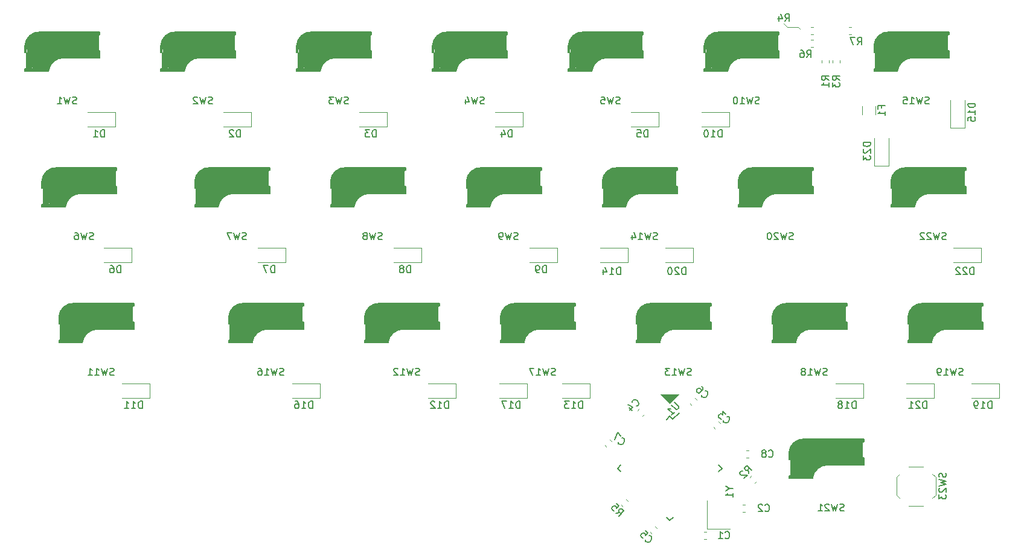
<source format=gbo>
G04 #@! TF.GenerationSoftware,KiCad,Pcbnew,5.1.5*
G04 #@! TF.CreationDate,2019-12-31T20:45:16+09:00*
G04 #@! TF.ProjectId,half_qwerty,68616c66-5f71-4776-9572-74792e6b6963,rev?*
G04 #@! TF.SameCoordinates,Original*
G04 #@! TF.FileFunction,Legend,Bot*
G04 #@! TF.FilePolarity,Positive*
%FSLAX46Y46*%
G04 Gerber Fmt 4.6, Leading zero omitted, Abs format (unit mm)*
G04 Created by KiCad (PCBNEW 5.1.5) date 2019-12-31 20:45:16*
%MOMM*%
%LPD*%
G04 APERTURE LIST*
%ADD10C,0.120000*%
%ADD11C,0.100000*%
%ADD12C,0.150000*%
%ADD13C,0.400000*%
%ADD14C,0.500000*%
%ADD15C,1.000000*%
%ADD16C,3.000000*%
%ADD17C,0.800000*%
%ADD18C,0.300000*%
%ADD19C,3.500000*%
G04 APERTURE END LIST*
D10*
X193040000Y-73660000D02*
X193294000Y-73914000D01*
X191516000Y-73660000D02*
X193040000Y-73660000D01*
X191008000Y-73152000D02*
X191516000Y-73660000D01*
D11*
G36*
X175006000Y-126492000D02*
G01*
X173736000Y-125222000D01*
X176276000Y-125222000D01*
X175006000Y-126492000D01*
G37*
X175006000Y-126492000D02*
X173736000Y-125222000D01*
X176276000Y-125222000D01*
X175006000Y-126492000D01*
D12*
X191743750Y-134412500D02*
X191943750Y-134412500D01*
X202043750Y-131862500D02*
X202243750Y-131862500D01*
X202023750Y-134112500D02*
X202023750Y-131862500D01*
X202243750Y-134112500D02*
X202043750Y-134112500D01*
X195027432Y-136991029D02*
G75*
G02X197243750Y-135112500I2151318J-291471D01*
G01*
X202243750Y-131512500D02*
X193843749Y-131512500D01*
D13*
X202043750Y-134212500D02*
X202043750Y-134912500D01*
X202043750Y-131712500D02*
X200643750Y-131712500D01*
D14*
X191943750Y-136812500D02*
X194643750Y-136812500D01*
D15*
X194627432Y-136591029D02*
G75*
G02X196843750Y-134712500I2151318J-291471D01*
G01*
D16*
X193473750Y-133012500D02*
X193473750Y-135252500D01*
D17*
X192343750Y-136512500D02*
X192343750Y-134712501D01*
D18*
X191843750Y-134312499D02*
X191843750Y-133412500D01*
D12*
X197243750Y-135112500D02*
X202243750Y-135112500D01*
X191743750Y-137012500D02*
X195023750Y-137012500D01*
X202243750Y-131862500D02*
X202243750Y-131512500D01*
X191743750Y-133412501D02*
G75*
G02X193843749Y-131512500I2000000J-99999D01*
G01*
X191743750Y-133412500D02*
X191743750Y-134412500D01*
X191743750Y-137012500D02*
X191743750Y-136652500D01*
X191943750Y-136652500D02*
X191743750Y-136652500D01*
X191973750Y-134412500D02*
X191973750Y-136652500D01*
X202243750Y-135112500D02*
X202243750Y-134112500D01*
D19*
X200243750Y-133312500D02*
X193543750Y-133312500D01*
D15*
X201543750Y-132112500D02*
X201543750Y-134612500D01*
D14*
X201943750Y-134812500D02*
X200543750Y-134812500D01*
D12*
X206031250Y-96312500D02*
X206231250Y-96312500D01*
X216331250Y-93762500D02*
X216531250Y-93762500D01*
X216311250Y-96012500D02*
X216311250Y-93762500D01*
X216531250Y-96012500D02*
X216331250Y-96012500D01*
X209314932Y-98891029D02*
G75*
G02X211531250Y-97012500I2151318J-291471D01*
G01*
X216531250Y-93412500D02*
X208131249Y-93412500D01*
D13*
X216331250Y-96112500D02*
X216331250Y-96812500D01*
X216331250Y-93612500D02*
X214931250Y-93612500D01*
D14*
X206231250Y-98712500D02*
X208931250Y-98712500D01*
D15*
X208914932Y-98491029D02*
G75*
G02X211131250Y-96612500I2151318J-291471D01*
G01*
D16*
X207761250Y-94912500D02*
X207761250Y-97152500D01*
D17*
X206631250Y-98412500D02*
X206631250Y-96612501D01*
D18*
X206131250Y-96212499D02*
X206131250Y-95312500D01*
D12*
X211531250Y-97012500D02*
X216531250Y-97012500D01*
X206031250Y-98912500D02*
X209311250Y-98912500D01*
X216531250Y-93762500D02*
X216531250Y-93412500D01*
X206031250Y-95312501D02*
G75*
G02X208131249Y-93412500I2000000J-99999D01*
G01*
X206031250Y-95312500D02*
X206031250Y-96312500D01*
X206031250Y-98912500D02*
X206031250Y-98552500D01*
X206231250Y-98552500D02*
X206031250Y-98552500D01*
X206261250Y-96312500D02*
X206261250Y-98552500D01*
X216531250Y-97012500D02*
X216531250Y-96012500D01*
D19*
X214531250Y-95212500D02*
X207831250Y-95212500D01*
D15*
X215831250Y-94012500D02*
X215831250Y-96512500D01*
D14*
X216231250Y-96712500D02*
X214831250Y-96712500D01*
D12*
X86968750Y-96312500D02*
X87168750Y-96312500D01*
X97268750Y-93762500D02*
X97468750Y-93762500D01*
X97248750Y-96012500D02*
X97248750Y-93762500D01*
X97468750Y-96012500D02*
X97268750Y-96012500D01*
X90252432Y-98891029D02*
G75*
G02X92468750Y-97012500I2151318J-291471D01*
G01*
X97468750Y-93412500D02*
X89068749Y-93412500D01*
D13*
X97268750Y-96112500D02*
X97268750Y-96812500D01*
X97268750Y-93612500D02*
X95868750Y-93612500D01*
D14*
X87168750Y-98712500D02*
X89868750Y-98712500D01*
D15*
X89852432Y-98491029D02*
G75*
G02X92068750Y-96612500I2151318J-291471D01*
G01*
D16*
X88698750Y-94912500D02*
X88698750Y-97152500D01*
D17*
X87568750Y-98412500D02*
X87568750Y-96612501D01*
D18*
X87068750Y-96212499D02*
X87068750Y-95312500D01*
D12*
X92468750Y-97012500D02*
X97468750Y-97012500D01*
X86968750Y-98912500D02*
X90248750Y-98912500D01*
X97468750Y-93762500D02*
X97468750Y-93412500D01*
X86968750Y-95312501D02*
G75*
G02X89068749Y-93412500I2000000J-99999D01*
G01*
X86968750Y-95312500D02*
X86968750Y-96312500D01*
X86968750Y-98912500D02*
X86968750Y-98552500D01*
X87168750Y-98552500D02*
X86968750Y-98552500D01*
X87198750Y-96312500D02*
X87198750Y-98552500D01*
X97468750Y-97012500D02*
X97468750Y-96012500D01*
D19*
X95468750Y-95212500D02*
X88768750Y-95212500D01*
D15*
X96768750Y-94012500D02*
X96768750Y-96512500D01*
D14*
X97168750Y-96712500D02*
X95768750Y-96712500D01*
D10*
X212300000Y-139362500D02*
X212300000Y-136862500D01*
X210550000Y-140862500D02*
X208550000Y-140862500D01*
X206800000Y-139362500D02*
X206800000Y-136862500D01*
X210550000Y-135362500D02*
X208550000Y-135362500D01*
X211850000Y-139812500D02*
X212300000Y-139362500D01*
X211850000Y-136412500D02*
X212300000Y-136862500D01*
X207250000Y-136412500D02*
X206800000Y-136862500D01*
X207250000Y-139812500D02*
X206800000Y-139362500D01*
X180264000Y-144113000D02*
X180264000Y-140113000D01*
X183464000Y-144113000D02*
X180264000Y-144113000D01*
X200436267Y-74678000D02*
X200093733Y-74678000D01*
X200436267Y-73658000D02*
X200093733Y-73658000D01*
X194787733Y-75436000D02*
X195130267Y-75436000D01*
X194787733Y-76456000D02*
X195130267Y-76456000D01*
X168895520Y-139980271D02*
X169137729Y-140222480D01*
X168174271Y-140701520D02*
X168416480Y-140943729D01*
X194787733Y-73658000D02*
X195130267Y-73658000D01*
X194787733Y-74678000D02*
X195130267Y-74678000D01*
X197864000Y-78657267D02*
X197864000Y-78314733D01*
X198884000Y-78657267D02*
X198884000Y-78314733D01*
X186208271Y-136920480D02*
X186450480Y-136678271D01*
X186929520Y-137641729D02*
X187171729Y-137399520D01*
X196340000Y-78657267D02*
X196340000Y-78314733D01*
X197360000Y-78657267D02*
X197360000Y-78314733D01*
X202036000Y-85946064D02*
X202036000Y-84741936D01*
X203856000Y-85946064D02*
X203856000Y-84741936D01*
X205724000Y-93132000D02*
X205724000Y-89282000D01*
X203724000Y-93132000D02*
X203724000Y-89282000D01*
X205724000Y-93132000D02*
X203724000Y-93132000D01*
X186099267Y-134114000D02*
X185756733Y-134114000D01*
X186099267Y-133094000D02*
X185756733Y-133094000D01*
X166609520Y-131598271D02*
X166851729Y-131840480D01*
X165888271Y-132319520D02*
X166130480Y-132561729D01*
X178547520Y-125756271D02*
X178789729Y-125998480D01*
X177826271Y-126477520D02*
X178068480Y-126719729D01*
X172959520Y-143790271D02*
X173201729Y-144032480D01*
X172238271Y-144511520D02*
X172480480Y-144753729D01*
X170460271Y-127522480D02*
X170702480Y-127280271D01*
X171181520Y-128243729D02*
X171423729Y-128001520D01*
X181370480Y-130021729D02*
X181128271Y-129779520D01*
X182091729Y-129300480D02*
X181849520Y-129058271D01*
X185248733Y-140714000D02*
X185591267Y-140714000D01*
X185248733Y-141734000D02*
X185591267Y-141734000D01*
X180144268Y-145544000D02*
X179801734Y-145544000D01*
X180144268Y-144524000D02*
X179801734Y-144524000D01*
D12*
X175412586Y-128724031D02*
X176314148Y-127822470D01*
X167687445Y-135636000D02*
X168164742Y-135158703D01*
X175006000Y-142954555D02*
X175483297Y-142477258D01*
X182324555Y-135636000D02*
X181847258Y-136113297D01*
X175006000Y-128317445D02*
X174528703Y-128794742D01*
X182324555Y-135636000D02*
X181847258Y-135158703D01*
X175006000Y-142954555D02*
X174528703Y-142477258D01*
X167687445Y-135636000D02*
X168164742Y-136113297D01*
X175006000Y-128317445D02*
X175412586Y-128724031D01*
D18*
X184700000Y-96212499D02*
X184700000Y-95312500D01*
D17*
X185200000Y-98412500D02*
X185200000Y-96612501D01*
D16*
X186330000Y-94912500D02*
X186330000Y-97152500D01*
D14*
X194800000Y-96712500D02*
X193400000Y-96712500D01*
D15*
X194400000Y-94012500D02*
X194400000Y-96512500D01*
D19*
X193100000Y-95212500D02*
X186400000Y-95212500D01*
D12*
X195100000Y-97012500D02*
X195100000Y-96012500D01*
X195100000Y-96012500D02*
X194900000Y-96012500D01*
X194880000Y-96012500D02*
X194880000Y-93762500D01*
X194900000Y-93762500D02*
X195100000Y-93762500D01*
X184600000Y-96312500D02*
X184800000Y-96312500D01*
X184830000Y-96312500D02*
X184830000Y-98552500D01*
X184800000Y-98552500D02*
X184600000Y-98552500D01*
X184600000Y-98912500D02*
X184600000Y-98552500D01*
X184600000Y-95312500D02*
X184600000Y-96312500D01*
X184600000Y-98912500D02*
X187880000Y-98912500D01*
X190100000Y-97012500D02*
X195100000Y-97012500D01*
X195100000Y-93412500D02*
X186699999Y-93412500D01*
X187883682Y-98891029D02*
G75*
G02X190100000Y-97012500I2151318J-291471D01*
G01*
X184600000Y-95312501D02*
G75*
G02X186699999Y-93412500I2000000J-99999D01*
G01*
X195100000Y-93762500D02*
X195100000Y-93412500D01*
D15*
X187483682Y-98491029D02*
G75*
G02X189700000Y-96612500I2151318J-291471D01*
G01*
D14*
X184800000Y-98712500D02*
X187500000Y-98712500D01*
D13*
X194900000Y-93612500D02*
X193500000Y-93612500D01*
X194900000Y-96112500D02*
X194900000Y-96812500D01*
D18*
X208512500Y-115262499D02*
X208512500Y-114362500D01*
D17*
X209012500Y-117462500D02*
X209012500Y-115662501D01*
D16*
X210142500Y-113962500D02*
X210142500Y-116202500D01*
D14*
X218612500Y-115762500D02*
X217212500Y-115762500D01*
D15*
X218212500Y-113062500D02*
X218212500Y-115562500D01*
D19*
X216912500Y-114262500D02*
X210212500Y-114262500D01*
D12*
X218912500Y-116062500D02*
X218912500Y-115062500D01*
X218912500Y-115062500D02*
X218712500Y-115062500D01*
X218692500Y-115062500D02*
X218692500Y-112812500D01*
X218712500Y-112812500D02*
X218912500Y-112812500D01*
X208412500Y-115362500D02*
X208612500Y-115362500D01*
X208642500Y-115362500D02*
X208642500Y-117602500D01*
X208612500Y-117602500D02*
X208412500Y-117602500D01*
X208412500Y-117962500D02*
X208412500Y-117602500D01*
X208412500Y-114362500D02*
X208412500Y-115362500D01*
X208412500Y-117962500D02*
X211692500Y-117962500D01*
X213912500Y-116062500D02*
X218912500Y-116062500D01*
X218912500Y-112462500D02*
X210512499Y-112462500D01*
X211696182Y-117941029D02*
G75*
G02X213912500Y-116062500I2151318J-291471D01*
G01*
X208412500Y-114362501D02*
G75*
G02X210512499Y-112462500I2000000J-99999D01*
G01*
X218912500Y-112812500D02*
X218912500Y-112462500D01*
D15*
X211296182Y-117541029D02*
G75*
G02X213512500Y-115662500I2151318J-291471D01*
G01*
D14*
X208612500Y-117762500D02*
X211312500Y-117762500D01*
D13*
X218712500Y-112662500D02*
X217312500Y-112662500D01*
X218712500Y-115162500D02*
X218712500Y-115862500D01*
D18*
X189462500Y-115262499D02*
X189462500Y-114362500D01*
D17*
X189962500Y-117462500D02*
X189962500Y-115662501D01*
D16*
X191092500Y-113962500D02*
X191092500Y-116202500D01*
D14*
X199562500Y-115762500D02*
X198162500Y-115762500D01*
D15*
X199162500Y-113062500D02*
X199162500Y-115562500D01*
D19*
X197862500Y-114262500D02*
X191162500Y-114262500D01*
D12*
X199862500Y-116062500D02*
X199862500Y-115062500D01*
X199862500Y-115062500D02*
X199662500Y-115062500D01*
X199642500Y-115062500D02*
X199642500Y-112812500D01*
X199662500Y-112812500D02*
X199862500Y-112812500D01*
X189362500Y-115362500D02*
X189562500Y-115362500D01*
X189592500Y-115362500D02*
X189592500Y-117602500D01*
X189562500Y-117602500D02*
X189362500Y-117602500D01*
X189362500Y-117962500D02*
X189362500Y-117602500D01*
X189362500Y-114362500D02*
X189362500Y-115362500D01*
X189362500Y-117962500D02*
X192642500Y-117962500D01*
X194862500Y-116062500D02*
X199862500Y-116062500D01*
X199862500Y-112462500D02*
X191462499Y-112462500D01*
X192646182Y-117941029D02*
G75*
G02X194862500Y-116062500I2151318J-291471D01*
G01*
X189362500Y-114362501D02*
G75*
G02X191462499Y-112462500I2000000J-99999D01*
G01*
X199862500Y-112812500D02*
X199862500Y-112462500D01*
D15*
X192246182Y-117541029D02*
G75*
G02X194462500Y-115662500I2151318J-291471D01*
G01*
D14*
X189562500Y-117762500D02*
X192262500Y-117762500D01*
D13*
X199662500Y-112662500D02*
X198262500Y-112662500D01*
X199662500Y-115162500D02*
X199662500Y-115862500D01*
D18*
X151362500Y-115262499D02*
X151362500Y-114362500D01*
D17*
X151862500Y-117462500D02*
X151862500Y-115662501D01*
D16*
X152992500Y-113962500D02*
X152992500Y-116202500D01*
D14*
X161462500Y-115762500D02*
X160062500Y-115762500D01*
D15*
X161062500Y-113062500D02*
X161062500Y-115562500D01*
D19*
X159762500Y-114262500D02*
X153062500Y-114262500D01*
D12*
X161762500Y-116062500D02*
X161762500Y-115062500D01*
X161762500Y-115062500D02*
X161562500Y-115062500D01*
X161542500Y-115062500D02*
X161542500Y-112812500D01*
X161562500Y-112812500D02*
X161762500Y-112812500D01*
X151262500Y-115362500D02*
X151462500Y-115362500D01*
X151492500Y-115362500D02*
X151492500Y-117602500D01*
X151462500Y-117602500D02*
X151262500Y-117602500D01*
X151262500Y-117962500D02*
X151262500Y-117602500D01*
X151262500Y-114362500D02*
X151262500Y-115362500D01*
X151262500Y-117962500D02*
X154542500Y-117962500D01*
X156762500Y-116062500D02*
X161762500Y-116062500D01*
X161762500Y-112462500D02*
X153362499Y-112462500D01*
X154546182Y-117941029D02*
G75*
G02X156762500Y-116062500I2151318J-291471D01*
G01*
X151262500Y-114362501D02*
G75*
G02X153362499Y-112462500I2000000J-99999D01*
G01*
X161762500Y-112812500D02*
X161762500Y-112462500D01*
D15*
X154146182Y-117541029D02*
G75*
G02X156362500Y-115662500I2151318J-291471D01*
G01*
D14*
X151462500Y-117762500D02*
X154162500Y-117762500D01*
D13*
X161562500Y-112662500D02*
X160162500Y-112662500D01*
X161562500Y-115162500D02*
X161562500Y-115862500D01*
D18*
X113262500Y-115262499D02*
X113262500Y-114362500D01*
D17*
X113762500Y-117462500D02*
X113762500Y-115662501D01*
D16*
X114892500Y-113962500D02*
X114892500Y-116202500D01*
D14*
X123362500Y-115762500D02*
X121962500Y-115762500D01*
D15*
X122962500Y-113062500D02*
X122962500Y-115562500D01*
D19*
X121662500Y-114262500D02*
X114962500Y-114262500D01*
D12*
X123662500Y-116062500D02*
X123662500Y-115062500D01*
X123662500Y-115062500D02*
X123462500Y-115062500D01*
X123442500Y-115062500D02*
X123442500Y-112812500D01*
X123462500Y-112812500D02*
X123662500Y-112812500D01*
X113162500Y-115362500D02*
X113362500Y-115362500D01*
X113392500Y-115362500D02*
X113392500Y-117602500D01*
X113362500Y-117602500D02*
X113162500Y-117602500D01*
X113162500Y-117962500D02*
X113162500Y-117602500D01*
X113162500Y-114362500D02*
X113162500Y-115362500D01*
X113162500Y-117962500D02*
X116442500Y-117962500D01*
X118662500Y-116062500D02*
X123662500Y-116062500D01*
X123662500Y-112462500D02*
X115262499Y-112462500D01*
X116446182Y-117941029D02*
G75*
G02X118662500Y-116062500I2151318J-291471D01*
G01*
X113162500Y-114362501D02*
G75*
G02X115262499Y-112462500I2000000J-99999D01*
G01*
X123662500Y-112812500D02*
X123662500Y-112462500D01*
D15*
X116046182Y-117541029D02*
G75*
G02X118262500Y-115662500I2151318J-291471D01*
G01*
D14*
X113362500Y-117762500D02*
X116062500Y-117762500D01*
D13*
X123462500Y-112662500D02*
X122062500Y-112662500D01*
X123462500Y-115162500D02*
X123462500Y-115862500D01*
D12*
X214150000Y-74712500D02*
X214150000Y-74362500D01*
D13*
X213950000Y-74562500D02*
X212550000Y-74562500D01*
X213950000Y-77062500D02*
X213950000Y-77762500D01*
D14*
X203850000Y-79662500D02*
X206550000Y-79662500D01*
D15*
X206533682Y-79441029D02*
G75*
G02X208750000Y-77562500I2151318J-291471D01*
G01*
D12*
X203650000Y-76262501D02*
G75*
G02X205749999Y-74362500I2000000J-99999D01*
G01*
X203880000Y-77262500D02*
X203880000Y-79502500D01*
D16*
X205380000Y-75862500D02*
X205380000Y-78102500D01*
D12*
X203650000Y-77262500D02*
X203850000Y-77262500D01*
D14*
X213850000Y-77662500D02*
X212450000Y-77662500D01*
D12*
X203650000Y-79862500D02*
X203650000Y-79502500D01*
D19*
X212150000Y-76162500D02*
X205450000Y-76162500D01*
D12*
X214150000Y-77962500D02*
X214150000Y-76962500D01*
D18*
X203750000Y-77162499D02*
X203750000Y-76262500D01*
D17*
X204250000Y-79362500D02*
X204250000Y-77562501D01*
D12*
X203850000Y-79502500D02*
X203650000Y-79502500D01*
X214150000Y-76962500D02*
X213950000Y-76962500D01*
X214150000Y-74362500D02*
X205749999Y-74362500D01*
X213930000Y-76962500D02*
X213930000Y-74712500D01*
X213950000Y-74712500D02*
X214150000Y-74712500D01*
X203650000Y-79862500D02*
X206930000Y-79862500D01*
X203650000Y-76262500D02*
X203650000Y-77262500D01*
X209150000Y-77962500D02*
X214150000Y-77962500D01*
D15*
X213450000Y-74962500D02*
X213450000Y-77462500D01*
D12*
X206933682Y-79841029D02*
G75*
G02X209150000Y-77962500I2151318J-291471D01*
G01*
D18*
X165650000Y-96212499D02*
X165650000Y-95312500D01*
D17*
X166150000Y-98412500D02*
X166150000Y-96612501D01*
D16*
X167280000Y-94912500D02*
X167280000Y-97152500D01*
D14*
X175750000Y-96712500D02*
X174350000Y-96712500D01*
D15*
X175350000Y-94012500D02*
X175350000Y-96512500D01*
D19*
X174050000Y-95212500D02*
X167350000Y-95212500D01*
D12*
X176050000Y-97012500D02*
X176050000Y-96012500D01*
X176050000Y-96012500D02*
X175850000Y-96012500D01*
X175830000Y-96012500D02*
X175830000Y-93762500D01*
X175850000Y-93762500D02*
X176050000Y-93762500D01*
X165550000Y-96312500D02*
X165750000Y-96312500D01*
X165780000Y-96312500D02*
X165780000Y-98552500D01*
X165750000Y-98552500D02*
X165550000Y-98552500D01*
X165550000Y-98912500D02*
X165550000Y-98552500D01*
X165550000Y-95312500D02*
X165550000Y-96312500D01*
X165550000Y-98912500D02*
X168830000Y-98912500D01*
X171050000Y-97012500D02*
X176050000Y-97012500D01*
X176050000Y-93412500D02*
X167649999Y-93412500D01*
X168833682Y-98891029D02*
G75*
G02X171050000Y-97012500I2151318J-291471D01*
G01*
X165550000Y-95312501D02*
G75*
G02X167649999Y-93412500I2000000J-99999D01*
G01*
X176050000Y-93762500D02*
X176050000Y-93412500D01*
D15*
X168433682Y-98491029D02*
G75*
G02X170650000Y-96612500I2151318J-291471D01*
G01*
D14*
X165750000Y-98712500D02*
X168450000Y-98712500D01*
D13*
X175850000Y-93612500D02*
X174450000Y-93612500D01*
X175850000Y-96112500D02*
X175850000Y-96812500D01*
D18*
X170412500Y-115262499D02*
X170412500Y-114362500D01*
D17*
X170912500Y-117462500D02*
X170912500Y-115662501D01*
D16*
X172042500Y-113962500D02*
X172042500Y-116202500D01*
D14*
X180512500Y-115762500D02*
X179112500Y-115762500D01*
D15*
X180112500Y-113062500D02*
X180112500Y-115562500D01*
D19*
X178812500Y-114262500D02*
X172112500Y-114262500D01*
D12*
X180812500Y-116062500D02*
X180812500Y-115062500D01*
X180812500Y-115062500D02*
X180612500Y-115062500D01*
X180592500Y-115062500D02*
X180592500Y-112812500D01*
X180612500Y-112812500D02*
X180812500Y-112812500D01*
X170312500Y-115362500D02*
X170512500Y-115362500D01*
X170542500Y-115362500D02*
X170542500Y-117602500D01*
X170512500Y-117602500D02*
X170312500Y-117602500D01*
X170312500Y-117962500D02*
X170312500Y-117602500D01*
X170312500Y-114362500D02*
X170312500Y-115362500D01*
X170312500Y-117962500D02*
X173592500Y-117962500D01*
X175812500Y-116062500D02*
X180812500Y-116062500D01*
X180812500Y-112462500D02*
X172412499Y-112462500D01*
X173596182Y-117941029D02*
G75*
G02X175812500Y-116062500I2151318J-291471D01*
G01*
X170312500Y-114362501D02*
G75*
G02X172412499Y-112462500I2000000J-99999D01*
G01*
X180812500Y-112812500D02*
X180812500Y-112462500D01*
D15*
X173196182Y-117541029D02*
G75*
G02X175412500Y-115662500I2151318J-291471D01*
G01*
D14*
X170512500Y-117762500D02*
X173212500Y-117762500D01*
D13*
X180612500Y-112662500D02*
X179212500Y-112662500D01*
X180612500Y-115162500D02*
X180612500Y-115862500D01*
D18*
X132312500Y-115262499D02*
X132312500Y-114362500D01*
D17*
X132812500Y-117462500D02*
X132812500Y-115662501D01*
D16*
X133942500Y-113962500D02*
X133942500Y-116202500D01*
D14*
X142412500Y-115762500D02*
X141012500Y-115762500D01*
D15*
X142012500Y-113062500D02*
X142012500Y-115562500D01*
D19*
X140712500Y-114262500D02*
X134012500Y-114262500D01*
D12*
X142712500Y-116062500D02*
X142712500Y-115062500D01*
X142712500Y-115062500D02*
X142512500Y-115062500D01*
X142492500Y-115062500D02*
X142492500Y-112812500D01*
X142512500Y-112812500D02*
X142712500Y-112812500D01*
X132212500Y-115362500D02*
X132412500Y-115362500D01*
X132442500Y-115362500D02*
X132442500Y-117602500D01*
X132412500Y-117602500D02*
X132212500Y-117602500D01*
X132212500Y-117962500D02*
X132212500Y-117602500D01*
X132212500Y-114362500D02*
X132212500Y-115362500D01*
X132212500Y-117962500D02*
X135492500Y-117962500D01*
X137712500Y-116062500D02*
X142712500Y-116062500D01*
X142712500Y-112462500D02*
X134312499Y-112462500D01*
X135496182Y-117941029D02*
G75*
G02X137712500Y-116062500I2151318J-291471D01*
G01*
X132212500Y-114362501D02*
G75*
G02X134312499Y-112462500I2000000J-99999D01*
G01*
X142712500Y-112812500D02*
X142712500Y-112462500D01*
D15*
X135096182Y-117541029D02*
G75*
G02X137312500Y-115662500I2151318J-291471D01*
G01*
D14*
X132412500Y-117762500D02*
X135112500Y-117762500D01*
D13*
X142512500Y-112662500D02*
X141112500Y-112662500D01*
X142512500Y-115162500D02*
X142512500Y-115862500D01*
D12*
X99850000Y-112812500D02*
X99850000Y-112462500D01*
D13*
X99650000Y-112662500D02*
X98250000Y-112662500D01*
X99650000Y-115162500D02*
X99650000Y-115862500D01*
D14*
X89550000Y-117762500D02*
X92250000Y-117762500D01*
D15*
X92233682Y-117541029D02*
G75*
G02X94450000Y-115662500I2151318J-291471D01*
G01*
D12*
X89350000Y-114362501D02*
G75*
G02X91449999Y-112462500I2000000J-99999D01*
G01*
X89580000Y-115362500D02*
X89580000Y-117602500D01*
D16*
X91080000Y-113962500D02*
X91080000Y-116202500D01*
D12*
X89350000Y-115362500D02*
X89550000Y-115362500D01*
D14*
X99550000Y-115762500D02*
X98150000Y-115762500D01*
D12*
X89350000Y-117962500D02*
X89350000Y-117602500D01*
D19*
X97850000Y-114262500D02*
X91150000Y-114262500D01*
D12*
X99850000Y-116062500D02*
X99850000Y-115062500D01*
D18*
X89450000Y-115262499D02*
X89450000Y-114362500D01*
D17*
X89950000Y-117462500D02*
X89950000Y-115662501D01*
D12*
X89550000Y-117602500D02*
X89350000Y-117602500D01*
X99850000Y-115062500D02*
X99650000Y-115062500D01*
X99850000Y-112462500D02*
X91449999Y-112462500D01*
X99630000Y-115062500D02*
X99630000Y-112812500D01*
X99650000Y-112812500D02*
X99850000Y-112812500D01*
X89350000Y-117962500D02*
X92630000Y-117962500D01*
X89350000Y-114362500D02*
X89350000Y-115362500D01*
X94850000Y-116062500D02*
X99850000Y-116062500D01*
D15*
X99150000Y-113062500D02*
X99150000Y-115562500D01*
D12*
X92633682Y-117941029D02*
G75*
G02X94850000Y-116062500I2151318J-291471D01*
G01*
D18*
X179937500Y-77162499D02*
X179937500Y-76262500D01*
D17*
X180437500Y-79362500D02*
X180437500Y-77562501D01*
D16*
X181567500Y-75862500D02*
X181567500Y-78102500D01*
D14*
X190037500Y-77662500D02*
X188637500Y-77662500D01*
D15*
X189637500Y-74962500D02*
X189637500Y-77462500D01*
D19*
X188337500Y-76162500D02*
X181637500Y-76162500D01*
D12*
X190337500Y-77962500D02*
X190337500Y-76962500D01*
X190337500Y-76962500D02*
X190137500Y-76962500D01*
X190117500Y-76962500D02*
X190117500Y-74712500D01*
X190137500Y-74712500D02*
X190337500Y-74712500D01*
X179837500Y-77262500D02*
X180037500Y-77262500D01*
X180067500Y-77262500D02*
X180067500Y-79502500D01*
X180037500Y-79502500D02*
X179837500Y-79502500D01*
X179837500Y-79862500D02*
X179837500Y-79502500D01*
X179837500Y-76262500D02*
X179837500Y-77262500D01*
X179837500Y-79862500D02*
X183117500Y-79862500D01*
X185337500Y-77962500D02*
X190337500Y-77962500D01*
X190337500Y-74362500D02*
X181937499Y-74362500D01*
X183121182Y-79841029D02*
G75*
G02X185337500Y-77962500I2151318J-291471D01*
G01*
X179837500Y-76262501D02*
G75*
G02X181937499Y-74362500I2000000J-99999D01*
G01*
X190337500Y-74712500D02*
X190337500Y-74362500D01*
D15*
X182721182Y-79441029D02*
G75*
G02X184937500Y-77562500I2151318J-291471D01*
G01*
D14*
X180037500Y-79662500D02*
X182737500Y-79662500D01*
D13*
X190137500Y-74562500D02*
X188737500Y-74562500D01*
X190137500Y-77062500D02*
X190137500Y-77762500D01*
D18*
X146600000Y-96212499D02*
X146600000Y-95312500D01*
D17*
X147100000Y-98412500D02*
X147100000Y-96612501D01*
D16*
X148230000Y-94912500D02*
X148230000Y-97152500D01*
D14*
X156700000Y-96712500D02*
X155300000Y-96712500D01*
D15*
X156300000Y-94012500D02*
X156300000Y-96512500D01*
D19*
X155000000Y-95212500D02*
X148300000Y-95212500D01*
D12*
X157000000Y-97012500D02*
X157000000Y-96012500D01*
X157000000Y-96012500D02*
X156800000Y-96012500D01*
X156780000Y-96012500D02*
X156780000Y-93762500D01*
X156800000Y-93762500D02*
X157000000Y-93762500D01*
X146500000Y-96312500D02*
X146700000Y-96312500D01*
X146730000Y-96312500D02*
X146730000Y-98552500D01*
X146700000Y-98552500D02*
X146500000Y-98552500D01*
X146500000Y-98912500D02*
X146500000Y-98552500D01*
X146500000Y-95312500D02*
X146500000Y-96312500D01*
X146500000Y-98912500D02*
X149780000Y-98912500D01*
X152000000Y-97012500D02*
X157000000Y-97012500D01*
X157000000Y-93412500D02*
X148599999Y-93412500D01*
X149783682Y-98891029D02*
G75*
G02X152000000Y-97012500I2151318J-291471D01*
G01*
X146500000Y-95312501D02*
G75*
G02X148599999Y-93412500I2000000J-99999D01*
G01*
X157000000Y-93762500D02*
X157000000Y-93412500D01*
D15*
X149383682Y-98491029D02*
G75*
G02X151600000Y-96612500I2151318J-291471D01*
G01*
D14*
X146700000Y-98712500D02*
X149400000Y-98712500D01*
D13*
X156800000Y-93612500D02*
X155400000Y-93612500D01*
X156800000Y-96112500D02*
X156800000Y-96812500D01*
D18*
X127550000Y-96212499D02*
X127550000Y-95312500D01*
D17*
X128050000Y-98412500D02*
X128050000Y-96612501D01*
D16*
X129180000Y-94912500D02*
X129180000Y-97152500D01*
D14*
X137650000Y-96712500D02*
X136250000Y-96712500D01*
D15*
X137250000Y-94012500D02*
X137250000Y-96512500D01*
D19*
X135950000Y-95212500D02*
X129250000Y-95212500D01*
D12*
X137950000Y-97012500D02*
X137950000Y-96012500D01*
X137950000Y-96012500D02*
X137750000Y-96012500D01*
X137730000Y-96012500D02*
X137730000Y-93762500D01*
X137750000Y-93762500D02*
X137950000Y-93762500D01*
X127450000Y-96312500D02*
X127650000Y-96312500D01*
X127680000Y-96312500D02*
X127680000Y-98552500D01*
X127650000Y-98552500D02*
X127450000Y-98552500D01*
X127450000Y-98912500D02*
X127450000Y-98552500D01*
X127450000Y-95312500D02*
X127450000Y-96312500D01*
X127450000Y-98912500D02*
X130730000Y-98912500D01*
X132950000Y-97012500D02*
X137950000Y-97012500D01*
X137950000Y-93412500D02*
X129549999Y-93412500D01*
X130733682Y-98891029D02*
G75*
G02X132950000Y-97012500I2151318J-291471D01*
G01*
X127450000Y-95312501D02*
G75*
G02X129549999Y-93412500I2000000J-99999D01*
G01*
X137950000Y-93762500D02*
X137950000Y-93412500D01*
D15*
X130333682Y-98491029D02*
G75*
G02X132550000Y-96612500I2151318J-291471D01*
G01*
D14*
X127650000Y-98712500D02*
X130350000Y-98712500D01*
D13*
X137750000Y-93612500D02*
X136350000Y-93612500D01*
X137750000Y-96112500D02*
X137750000Y-96812500D01*
D18*
X108500000Y-96212499D02*
X108500000Y-95312500D01*
D17*
X109000000Y-98412500D02*
X109000000Y-96612501D01*
D16*
X110130000Y-94912500D02*
X110130000Y-97152500D01*
D14*
X118600000Y-96712500D02*
X117200000Y-96712500D01*
D15*
X118200000Y-94012500D02*
X118200000Y-96512500D01*
D19*
X116900000Y-95212500D02*
X110200000Y-95212500D01*
D12*
X118900000Y-97012500D02*
X118900000Y-96012500D01*
X118900000Y-96012500D02*
X118700000Y-96012500D01*
X118680000Y-96012500D02*
X118680000Y-93762500D01*
X118700000Y-93762500D02*
X118900000Y-93762500D01*
X108400000Y-96312500D02*
X108600000Y-96312500D01*
X108630000Y-96312500D02*
X108630000Y-98552500D01*
X108600000Y-98552500D02*
X108400000Y-98552500D01*
X108400000Y-98912500D02*
X108400000Y-98552500D01*
X108400000Y-95312500D02*
X108400000Y-96312500D01*
X108400000Y-98912500D02*
X111680000Y-98912500D01*
X113900000Y-97012500D02*
X118900000Y-97012500D01*
X118900000Y-93412500D02*
X110499999Y-93412500D01*
X111683682Y-98891029D02*
G75*
G02X113900000Y-97012500I2151318J-291471D01*
G01*
X108400000Y-95312501D02*
G75*
G02X110499999Y-93412500I2000000J-99999D01*
G01*
X118900000Y-93762500D02*
X118900000Y-93412500D01*
D15*
X111283682Y-98491029D02*
G75*
G02X113500000Y-96612500I2151318J-291471D01*
G01*
D14*
X108600000Y-98712500D02*
X111300000Y-98712500D01*
D13*
X118700000Y-93612500D02*
X117300000Y-93612500D01*
X118700000Y-96112500D02*
X118700000Y-96812500D01*
D18*
X160887500Y-77162499D02*
X160887500Y-76262500D01*
D17*
X161387500Y-79362500D02*
X161387500Y-77562501D01*
D16*
X162517500Y-75862500D02*
X162517500Y-78102500D01*
D14*
X170987500Y-77662500D02*
X169587500Y-77662500D01*
D15*
X170587500Y-74962500D02*
X170587500Y-77462500D01*
D19*
X169287500Y-76162500D02*
X162587500Y-76162500D01*
D12*
X171287500Y-77962500D02*
X171287500Y-76962500D01*
X171287500Y-76962500D02*
X171087500Y-76962500D01*
X171067500Y-76962500D02*
X171067500Y-74712500D01*
X171087500Y-74712500D02*
X171287500Y-74712500D01*
X160787500Y-77262500D02*
X160987500Y-77262500D01*
X161017500Y-77262500D02*
X161017500Y-79502500D01*
X160987500Y-79502500D02*
X160787500Y-79502500D01*
X160787500Y-79862500D02*
X160787500Y-79502500D01*
X160787500Y-76262500D02*
X160787500Y-77262500D01*
X160787500Y-79862500D02*
X164067500Y-79862500D01*
X166287500Y-77962500D02*
X171287500Y-77962500D01*
X171287500Y-74362500D02*
X162887499Y-74362500D01*
X164071182Y-79841029D02*
G75*
G02X166287500Y-77962500I2151318J-291471D01*
G01*
X160787500Y-76262501D02*
G75*
G02X162887499Y-74362500I2000000J-99999D01*
G01*
X171287500Y-74712500D02*
X171287500Y-74362500D01*
D15*
X163671182Y-79441029D02*
G75*
G02X165887500Y-77562500I2151318J-291471D01*
G01*
D14*
X160987500Y-79662500D02*
X163687500Y-79662500D01*
D13*
X171087500Y-74562500D02*
X169687500Y-74562500D01*
X171087500Y-77062500D02*
X171087500Y-77762500D01*
D18*
X141837500Y-77162499D02*
X141837500Y-76262500D01*
D17*
X142337500Y-79362500D02*
X142337500Y-77562501D01*
D16*
X143467500Y-75862500D02*
X143467500Y-78102500D01*
D14*
X151937500Y-77662500D02*
X150537500Y-77662500D01*
D15*
X151537500Y-74962500D02*
X151537500Y-77462500D01*
D19*
X150237500Y-76162500D02*
X143537500Y-76162500D01*
D12*
X152237500Y-77962500D02*
X152237500Y-76962500D01*
X152237500Y-76962500D02*
X152037500Y-76962500D01*
X152017500Y-76962500D02*
X152017500Y-74712500D01*
X152037500Y-74712500D02*
X152237500Y-74712500D01*
X141737500Y-77262500D02*
X141937500Y-77262500D01*
X141967500Y-77262500D02*
X141967500Y-79502500D01*
X141937500Y-79502500D02*
X141737500Y-79502500D01*
X141737500Y-79862500D02*
X141737500Y-79502500D01*
X141737500Y-76262500D02*
X141737500Y-77262500D01*
X141737500Y-79862500D02*
X145017500Y-79862500D01*
X147237500Y-77962500D02*
X152237500Y-77962500D01*
X152237500Y-74362500D02*
X143837499Y-74362500D01*
X145021182Y-79841029D02*
G75*
G02X147237500Y-77962500I2151318J-291471D01*
G01*
X141737500Y-76262501D02*
G75*
G02X143837499Y-74362500I2000000J-99999D01*
G01*
X152237500Y-74712500D02*
X152237500Y-74362500D01*
D15*
X144621182Y-79441029D02*
G75*
G02X146837500Y-77562500I2151318J-291471D01*
G01*
D14*
X141937500Y-79662500D02*
X144637500Y-79662500D01*
D13*
X152037500Y-74562500D02*
X150637500Y-74562500D01*
X152037500Y-77062500D02*
X152037500Y-77762500D01*
D18*
X122787500Y-77162499D02*
X122787500Y-76262500D01*
D17*
X123287500Y-79362500D02*
X123287500Y-77562501D01*
D16*
X124417500Y-75862500D02*
X124417500Y-78102500D01*
D14*
X132887500Y-77662500D02*
X131487500Y-77662500D01*
D15*
X132487500Y-74962500D02*
X132487500Y-77462500D01*
D19*
X131187500Y-76162500D02*
X124487500Y-76162500D01*
D12*
X133187500Y-77962500D02*
X133187500Y-76962500D01*
X133187500Y-76962500D02*
X132987500Y-76962500D01*
X132967500Y-76962500D02*
X132967500Y-74712500D01*
X132987500Y-74712500D02*
X133187500Y-74712500D01*
X122687500Y-77262500D02*
X122887500Y-77262500D01*
X122917500Y-77262500D02*
X122917500Y-79502500D01*
X122887500Y-79502500D02*
X122687500Y-79502500D01*
X122687500Y-79862500D02*
X122687500Y-79502500D01*
X122687500Y-76262500D02*
X122687500Y-77262500D01*
X122687500Y-79862500D02*
X125967500Y-79862500D01*
X128187500Y-77962500D02*
X133187500Y-77962500D01*
X133187500Y-74362500D02*
X124787499Y-74362500D01*
X125971182Y-79841029D02*
G75*
G02X128187500Y-77962500I2151318J-291471D01*
G01*
X122687500Y-76262501D02*
G75*
G02X124787499Y-74362500I2000000J-99999D01*
G01*
X133187500Y-74712500D02*
X133187500Y-74362500D01*
D15*
X125571182Y-79441029D02*
G75*
G02X127787500Y-77562500I2151318J-291471D01*
G01*
D14*
X122887500Y-79662500D02*
X125587500Y-79662500D01*
D13*
X132987500Y-74562500D02*
X131587500Y-74562500D01*
X132987500Y-77062500D02*
X132987500Y-77762500D01*
D18*
X103737500Y-77162499D02*
X103737500Y-76262500D01*
D17*
X104237500Y-79362500D02*
X104237500Y-77562501D01*
D16*
X105367500Y-75862500D02*
X105367500Y-78102500D01*
D14*
X113837500Y-77662500D02*
X112437500Y-77662500D01*
D15*
X113437500Y-74962500D02*
X113437500Y-77462500D01*
D19*
X112137500Y-76162500D02*
X105437500Y-76162500D01*
D12*
X114137500Y-77962500D02*
X114137500Y-76962500D01*
X114137500Y-76962500D02*
X113937500Y-76962500D01*
X113917500Y-76962500D02*
X113917500Y-74712500D01*
X113937500Y-74712500D02*
X114137500Y-74712500D01*
X103637500Y-77262500D02*
X103837500Y-77262500D01*
X103867500Y-77262500D02*
X103867500Y-79502500D01*
X103837500Y-79502500D02*
X103637500Y-79502500D01*
X103637500Y-79862500D02*
X103637500Y-79502500D01*
X103637500Y-76262500D02*
X103637500Y-77262500D01*
X103637500Y-79862500D02*
X106917500Y-79862500D01*
X109137500Y-77962500D02*
X114137500Y-77962500D01*
X114137500Y-74362500D02*
X105737499Y-74362500D01*
X106921182Y-79841029D02*
G75*
G02X109137500Y-77962500I2151318J-291471D01*
G01*
X103637500Y-76262501D02*
G75*
G02X105737499Y-74362500I2000000J-99999D01*
G01*
X114137500Y-74712500D02*
X114137500Y-74362500D01*
D15*
X106521182Y-79441029D02*
G75*
G02X108737500Y-77562500I2151318J-291471D01*
G01*
D14*
X103837500Y-79662500D02*
X106537500Y-79662500D01*
D13*
X113937500Y-74562500D02*
X112537500Y-74562500D01*
X113937500Y-77062500D02*
X113937500Y-77762500D01*
D18*
X84687500Y-77162499D02*
X84687500Y-76262500D01*
D17*
X85187500Y-79362500D02*
X85187500Y-77562501D01*
D16*
X86317500Y-75862500D02*
X86317500Y-78102500D01*
D14*
X94787500Y-77662500D02*
X93387500Y-77662500D01*
D15*
X94387500Y-74962500D02*
X94387500Y-77462500D01*
D19*
X93087500Y-76162500D02*
X86387500Y-76162500D01*
D12*
X95087500Y-77962500D02*
X95087500Y-76962500D01*
X95087500Y-76962500D02*
X94887500Y-76962500D01*
X94867500Y-76962500D02*
X94867500Y-74712500D01*
X94887500Y-74712500D02*
X95087500Y-74712500D01*
X84587500Y-77262500D02*
X84787500Y-77262500D01*
X84817500Y-77262500D02*
X84817500Y-79502500D01*
X84787500Y-79502500D02*
X84587500Y-79502500D01*
X84587500Y-79862500D02*
X84587500Y-79502500D01*
X84587500Y-76262500D02*
X84587500Y-77262500D01*
X84587500Y-79862500D02*
X87867500Y-79862500D01*
X90087500Y-77962500D02*
X95087500Y-77962500D01*
X95087500Y-74362500D02*
X86687499Y-74362500D01*
X87871182Y-79841029D02*
G75*
G02X90087500Y-77962500I2151318J-291471D01*
G01*
X84587500Y-76262501D02*
G75*
G02X86687499Y-74362500I2000000J-99999D01*
G01*
X95087500Y-74712500D02*
X95087500Y-74362500D01*
D15*
X87471182Y-79441029D02*
G75*
G02X89687500Y-77562500I2151318J-291471D01*
G01*
D14*
X84787500Y-79662500D02*
X87487500Y-79662500D01*
D13*
X94887500Y-74562500D02*
X93487500Y-74562500D01*
X94887500Y-77062500D02*
X94887500Y-77762500D01*
D10*
X218658000Y-104664000D02*
X214758000Y-104664000D01*
X218658000Y-106664000D02*
X214758000Y-106664000D01*
X218658000Y-104664000D02*
X218658000Y-106664000D01*
X212054000Y-123714000D02*
X208154000Y-123714000D01*
X212054000Y-125714000D02*
X208154000Y-125714000D01*
X212054000Y-123714000D02*
X212054000Y-125714000D01*
X178272000Y-104664000D02*
X174372000Y-104664000D01*
X178272000Y-106664000D02*
X174372000Y-106664000D01*
X178272000Y-104664000D02*
X178272000Y-106664000D01*
X221198000Y-123714000D02*
X217298000Y-123714000D01*
X221198000Y-125714000D02*
X217298000Y-125714000D01*
X221198000Y-123714000D02*
X221198000Y-125714000D01*
X202148000Y-123714000D02*
X198248000Y-123714000D01*
X202148000Y-125714000D02*
X198248000Y-125714000D01*
X202148000Y-123714000D02*
X202148000Y-125714000D01*
X155032000Y-123714000D02*
X151132000Y-123714000D01*
X155032000Y-125714000D02*
X151132000Y-125714000D01*
X155032000Y-123714000D02*
X155032000Y-125714000D01*
X125948000Y-123714000D02*
X122048000Y-123714000D01*
X125948000Y-125714000D02*
X122048000Y-125714000D01*
X125948000Y-123714000D02*
X125948000Y-125714000D01*
X216392000Y-87848000D02*
X216392000Y-83948000D01*
X214392000Y-87848000D02*
X214392000Y-83948000D01*
X216392000Y-87848000D02*
X214392000Y-87848000D01*
X169128000Y-104664000D02*
X165228000Y-104664000D01*
X169128000Y-106664000D02*
X165228000Y-106664000D01*
X169128000Y-104664000D02*
X169128000Y-106664000D01*
X163794000Y-123714000D02*
X159894000Y-123714000D01*
X163794000Y-125714000D02*
X159894000Y-125714000D01*
X163794000Y-123714000D02*
X163794000Y-125714000D01*
X144998000Y-123714000D02*
X141098000Y-123714000D01*
X144998000Y-125714000D02*
X141098000Y-125714000D01*
X144998000Y-123714000D02*
X144998000Y-125714000D01*
X102072000Y-123714000D02*
X98172000Y-123714000D01*
X102072000Y-125714000D02*
X98172000Y-125714000D01*
X102072000Y-123714000D02*
X102072000Y-125714000D01*
X183352000Y-85614000D02*
X179452000Y-85614000D01*
X183352000Y-87614000D02*
X179452000Y-87614000D01*
X183352000Y-85614000D02*
X183352000Y-87614000D01*
X159222000Y-104664000D02*
X155322000Y-104664000D01*
X159222000Y-106664000D02*
X155322000Y-106664000D01*
X159222000Y-104664000D02*
X159222000Y-106664000D01*
X140172000Y-104664000D02*
X136272000Y-104664000D01*
X140172000Y-106664000D02*
X136272000Y-106664000D01*
X140172000Y-104664000D02*
X140172000Y-106664000D01*
X121122000Y-104664000D02*
X117222000Y-104664000D01*
X121122000Y-106664000D02*
X117222000Y-106664000D01*
X121122000Y-104664000D02*
X121122000Y-106664000D01*
X99532000Y-104664000D02*
X95632000Y-104664000D01*
X99532000Y-106664000D02*
X95632000Y-106664000D01*
X99532000Y-104664000D02*
X99532000Y-106664000D01*
X173446000Y-85614000D02*
X169546000Y-85614000D01*
X173446000Y-87614000D02*
X169546000Y-87614000D01*
X173446000Y-85614000D02*
X173446000Y-87614000D01*
X154396000Y-85614000D02*
X150496000Y-85614000D01*
X154396000Y-87614000D02*
X150496000Y-87614000D01*
X154396000Y-85614000D02*
X154396000Y-87614000D01*
X135346000Y-85614000D02*
X131446000Y-85614000D01*
X135346000Y-87614000D02*
X131446000Y-87614000D01*
X135346000Y-85614000D02*
X135346000Y-87614000D01*
X116296000Y-85614000D02*
X112396000Y-85614000D01*
X116296000Y-87614000D02*
X112396000Y-87614000D01*
X116296000Y-85614000D02*
X116296000Y-87614000D01*
X97246000Y-85614000D02*
X93346000Y-85614000D01*
X97246000Y-87614000D02*
X93346000Y-87614000D01*
X97246000Y-85614000D02*
X97246000Y-87614000D01*
D12*
X199453273Y-141565261D02*
X199310416Y-141612880D01*
X199072321Y-141612880D01*
X198977083Y-141565261D01*
X198929464Y-141517642D01*
X198881845Y-141422404D01*
X198881845Y-141327166D01*
X198929464Y-141231928D01*
X198977083Y-141184309D01*
X199072321Y-141136690D01*
X199262797Y-141089071D01*
X199358035Y-141041452D01*
X199405654Y-140993833D01*
X199453273Y-140898595D01*
X199453273Y-140803357D01*
X199405654Y-140708119D01*
X199358035Y-140660500D01*
X199262797Y-140612880D01*
X199024702Y-140612880D01*
X198881845Y-140660500D01*
X198548511Y-140612880D02*
X198310416Y-141612880D01*
X198119940Y-140898595D01*
X197929464Y-141612880D01*
X197691369Y-140612880D01*
X197358035Y-140708119D02*
X197310416Y-140660500D01*
X197215178Y-140612880D01*
X196977083Y-140612880D01*
X196881845Y-140660500D01*
X196834226Y-140708119D01*
X196786607Y-140803357D01*
X196786607Y-140898595D01*
X196834226Y-141041452D01*
X197405654Y-141612880D01*
X196786607Y-141612880D01*
X195834226Y-141612880D02*
X196405654Y-141612880D01*
X196119940Y-141612880D02*
X196119940Y-140612880D01*
X196215178Y-140755738D01*
X196310416Y-140850976D01*
X196405654Y-140898595D01*
X213740773Y-103465261D02*
X213597916Y-103512880D01*
X213359821Y-103512880D01*
X213264583Y-103465261D01*
X213216964Y-103417642D01*
X213169345Y-103322404D01*
X213169345Y-103227166D01*
X213216964Y-103131928D01*
X213264583Y-103084309D01*
X213359821Y-103036690D01*
X213550297Y-102989071D01*
X213645535Y-102941452D01*
X213693154Y-102893833D01*
X213740773Y-102798595D01*
X213740773Y-102703357D01*
X213693154Y-102608119D01*
X213645535Y-102560500D01*
X213550297Y-102512880D01*
X213312202Y-102512880D01*
X213169345Y-102560500D01*
X212836011Y-102512880D02*
X212597916Y-103512880D01*
X212407440Y-102798595D01*
X212216964Y-103512880D01*
X211978869Y-102512880D01*
X211645535Y-102608119D02*
X211597916Y-102560500D01*
X211502678Y-102512880D01*
X211264583Y-102512880D01*
X211169345Y-102560500D01*
X211121726Y-102608119D01*
X211074107Y-102703357D01*
X211074107Y-102798595D01*
X211121726Y-102941452D01*
X211693154Y-103512880D01*
X211074107Y-103512880D01*
X210693154Y-102608119D02*
X210645535Y-102560500D01*
X210550297Y-102512880D01*
X210312202Y-102512880D01*
X210216964Y-102560500D01*
X210169345Y-102608119D01*
X210121726Y-102703357D01*
X210121726Y-102798595D01*
X210169345Y-102941452D01*
X210740773Y-103512880D01*
X210121726Y-103512880D01*
X94202083Y-103465261D02*
X94059226Y-103512880D01*
X93821130Y-103512880D01*
X93725892Y-103465261D01*
X93678273Y-103417642D01*
X93630654Y-103322404D01*
X93630654Y-103227166D01*
X93678273Y-103131928D01*
X93725892Y-103084309D01*
X93821130Y-103036690D01*
X94011607Y-102989071D01*
X94106845Y-102941452D01*
X94154464Y-102893833D01*
X94202083Y-102798595D01*
X94202083Y-102703357D01*
X94154464Y-102608119D01*
X94106845Y-102560500D01*
X94011607Y-102512880D01*
X93773511Y-102512880D01*
X93630654Y-102560500D01*
X93297321Y-102512880D02*
X93059226Y-103512880D01*
X92868750Y-102798595D01*
X92678273Y-103512880D01*
X92440178Y-102512880D01*
X91630654Y-102512880D02*
X91821130Y-102512880D01*
X91916369Y-102560500D01*
X91963988Y-102608119D01*
X92059226Y-102750976D01*
X92106845Y-102941452D01*
X92106845Y-103322404D01*
X92059226Y-103417642D01*
X92011607Y-103465261D01*
X91916369Y-103512880D01*
X91725892Y-103512880D01*
X91630654Y-103465261D01*
X91583035Y-103417642D01*
X91535416Y-103322404D01*
X91535416Y-103084309D01*
X91583035Y-102989071D01*
X91630654Y-102941452D01*
X91725892Y-102893833D01*
X91916369Y-102893833D01*
X92011607Y-102941452D01*
X92059226Y-102989071D01*
X92106845Y-103084309D01*
X213704761Y-136302976D02*
X213752380Y-136445833D01*
X213752380Y-136683928D01*
X213704761Y-136779166D01*
X213657142Y-136826785D01*
X213561904Y-136874404D01*
X213466666Y-136874404D01*
X213371428Y-136826785D01*
X213323809Y-136779166D01*
X213276190Y-136683928D01*
X213228571Y-136493452D01*
X213180952Y-136398214D01*
X213133333Y-136350595D01*
X213038095Y-136302976D01*
X212942857Y-136302976D01*
X212847619Y-136350595D01*
X212800000Y-136398214D01*
X212752380Y-136493452D01*
X212752380Y-136731547D01*
X212800000Y-136874404D01*
X212752380Y-137207738D02*
X213752380Y-137445833D01*
X213038095Y-137636309D01*
X213752380Y-137826785D01*
X212752380Y-138064880D01*
X212847619Y-138398214D02*
X212800000Y-138445833D01*
X212752380Y-138541071D01*
X212752380Y-138779166D01*
X212800000Y-138874404D01*
X212847619Y-138922023D01*
X212942857Y-138969642D01*
X213038095Y-138969642D01*
X213180952Y-138922023D01*
X213752380Y-138350595D01*
X213752380Y-138969642D01*
X212752380Y-139302976D02*
X212752380Y-139922023D01*
X213133333Y-139588690D01*
X213133333Y-139731547D01*
X213180952Y-139826785D01*
X213228571Y-139874404D01*
X213323809Y-139922023D01*
X213561904Y-139922023D01*
X213657142Y-139874404D01*
X213704761Y-139826785D01*
X213752380Y-139731547D01*
X213752380Y-139445833D01*
X213704761Y-139350595D01*
X213657142Y-139302976D01*
X183364190Y-138461809D02*
X183840380Y-138461809D01*
X182840380Y-138128476D02*
X183364190Y-138461809D01*
X182840380Y-138795142D01*
X183840380Y-139652285D02*
X183840380Y-139080857D01*
X183840380Y-139366571D02*
X182840380Y-139366571D01*
X182983238Y-139271333D01*
X183078476Y-139176095D01*
X183126095Y-139080857D01*
X201334666Y-76144380D02*
X201668000Y-75668190D01*
X201906095Y-76144380D02*
X201906095Y-75144380D01*
X201525142Y-75144380D01*
X201429904Y-75192000D01*
X201382285Y-75239619D01*
X201334666Y-75334857D01*
X201334666Y-75477714D01*
X201382285Y-75572952D01*
X201429904Y-75620571D01*
X201525142Y-75668190D01*
X201906095Y-75668190D01*
X201001333Y-75144380D02*
X200334666Y-75144380D01*
X200763238Y-76144380D01*
X194222666Y-77922380D02*
X194556000Y-77446190D01*
X194794095Y-77922380D02*
X194794095Y-76922380D01*
X194413142Y-76922380D01*
X194317904Y-76970000D01*
X194270285Y-77017619D01*
X194222666Y-77112857D01*
X194222666Y-77255714D01*
X194270285Y-77350952D01*
X194317904Y-77398571D01*
X194413142Y-77446190D01*
X194794095Y-77446190D01*
X193365523Y-76922380D02*
X193556000Y-76922380D01*
X193651238Y-76970000D01*
X193698857Y-77017619D01*
X193794095Y-77160476D01*
X193841714Y-77350952D01*
X193841714Y-77731904D01*
X193794095Y-77827142D01*
X193746476Y-77874761D01*
X193651238Y-77922380D01*
X193460761Y-77922380D01*
X193365523Y-77874761D01*
X193317904Y-77827142D01*
X193270285Y-77731904D01*
X193270285Y-77493809D01*
X193317904Y-77398571D01*
X193365523Y-77350952D01*
X193460761Y-77303333D01*
X193651238Y-77303333D01*
X193746476Y-77350952D01*
X193794095Y-77398571D01*
X193841714Y-77493809D01*
X167442806Y-141910895D02*
X168015226Y-141809880D01*
X167846867Y-142314956D02*
X168553974Y-141607850D01*
X168284600Y-141338475D01*
X168183585Y-141304804D01*
X168116241Y-141304804D01*
X168015226Y-141338475D01*
X167914211Y-141439491D01*
X167880539Y-141540506D01*
X167880539Y-141607850D01*
X167914211Y-141708865D01*
X168183585Y-141978239D01*
X167510149Y-140564025D02*
X167846867Y-140900743D01*
X167543821Y-141271132D01*
X167543821Y-141203788D01*
X167510149Y-141102773D01*
X167341791Y-140934414D01*
X167240775Y-140900743D01*
X167173432Y-140900743D01*
X167072417Y-140934414D01*
X166904058Y-141102773D01*
X166870386Y-141203788D01*
X166870386Y-141271132D01*
X166904058Y-141372147D01*
X167072417Y-141540506D01*
X167173432Y-141574178D01*
X167240775Y-141574178D01*
X191174666Y-72842380D02*
X191508000Y-72366190D01*
X191746095Y-72842380D02*
X191746095Y-71842380D01*
X191365142Y-71842380D01*
X191269904Y-71890000D01*
X191222285Y-71937619D01*
X191174666Y-72032857D01*
X191174666Y-72175714D01*
X191222285Y-72270952D01*
X191269904Y-72318571D01*
X191365142Y-72366190D01*
X191746095Y-72366190D01*
X190317523Y-72175714D02*
X190317523Y-72842380D01*
X190555619Y-71794761D02*
X190793714Y-72509047D01*
X190174666Y-72509047D01*
X198826380Y-81113333D02*
X198350190Y-80780000D01*
X198826380Y-80541904D02*
X197826380Y-80541904D01*
X197826380Y-80922857D01*
X197874000Y-81018095D01*
X197921619Y-81065714D01*
X198016857Y-81113333D01*
X198159714Y-81113333D01*
X198254952Y-81065714D01*
X198302571Y-81018095D01*
X198350190Y-80922857D01*
X198350190Y-80541904D01*
X197826380Y-81446666D02*
X197826380Y-82065714D01*
X198207333Y-81732380D01*
X198207333Y-81875238D01*
X198254952Y-81970476D01*
X198302571Y-82018095D01*
X198397809Y-82065714D01*
X198635904Y-82065714D01*
X198731142Y-82018095D01*
X198778761Y-81970476D01*
X198826380Y-81875238D01*
X198826380Y-81589523D01*
X198778761Y-81494285D01*
X198731142Y-81446666D01*
X186111732Y-136346030D02*
X186010717Y-135773610D01*
X186515793Y-135941969D02*
X185808687Y-135234862D01*
X185539312Y-135504236D01*
X185505641Y-135605251D01*
X185505641Y-135672595D01*
X185539312Y-135773610D01*
X185640328Y-135874625D01*
X185741343Y-135908297D01*
X185808687Y-135908297D01*
X185909702Y-135874625D01*
X186179076Y-135605251D01*
X185202595Y-135975641D02*
X185135251Y-135975641D01*
X185034236Y-136009312D01*
X184865877Y-136177671D01*
X184832206Y-136278687D01*
X184832206Y-136346030D01*
X184865877Y-136447045D01*
X184933221Y-136514389D01*
X185067908Y-136581732D01*
X185876030Y-136581732D01*
X185438297Y-137019465D01*
X197302380Y-81113333D02*
X196826190Y-80780000D01*
X197302380Y-80541904D02*
X196302380Y-80541904D01*
X196302380Y-80922857D01*
X196350000Y-81018095D01*
X196397619Y-81065714D01*
X196492857Y-81113333D01*
X196635714Y-81113333D01*
X196730952Y-81065714D01*
X196778571Y-81018095D01*
X196826190Y-80922857D01*
X196826190Y-80541904D01*
X197302380Y-82065714D02*
X197302380Y-81494285D01*
X197302380Y-81780000D02*
X196302380Y-81780000D01*
X196445238Y-81684761D01*
X196540476Y-81589523D01*
X196588095Y-81494285D01*
X204694571Y-85010666D02*
X204694571Y-84677333D01*
X205218380Y-84677333D02*
X204218380Y-84677333D01*
X204218380Y-85153523D01*
X205218380Y-86058285D02*
X205218380Y-85486857D01*
X205218380Y-85772571D02*
X204218380Y-85772571D01*
X204361238Y-85677333D01*
X204456476Y-85582095D01*
X204504095Y-85486857D01*
X203144380Y-89844714D02*
X202144380Y-89844714D01*
X202144380Y-90082809D01*
X202192000Y-90225666D01*
X202287238Y-90320904D01*
X202382476Y-90368523D01*
X202572952Y-90416142D01*
X202715809Y-90416142D01*
X202906285Y-90368523D01*
X203001523Y-90320904D01*
X203096761Y-90225666D01*
X203144380Y-90082809D01*
X203144380Y-89844714D01*
X202239619Y-90797095D02*
X202192000Y-90844714D01*
X202144380Y-90939952D01*
X202144380Y-91178047D01*
X202192000Y-91273285D01*
X202239619Y-91320904D01*
X202334857Y-91368523D01*
X202430095Y-91368523D01*
X202572952Y-91320904D01*
X203144380Y-90749476D01*
X203144380Y-91368523D01*
X202144380Y-91701857D02*
X202144380Y-92320904D01*
X202525333Y-91987571D01*
X202525333Y-92130428D01*
X202572952Y-92225666D01*
X202620571Y-92273285D01*
X202715809Y-92320904D01*
X202953904Y-92320904D01*
X203049142Y-92273285D01*
X203096761Y-92225666D01*
X203144380Y-92130428D01*
X203144380Y-91844714D01*
X203096761Y-91749476D01*
X203049142Y-91701857D01*
X188888666Y-133961142D02*
X188936285Y-134008761D01*
X189079142Y-134056380D01*
X189174380Y-134056380D01*
X189317238Y-134008761D01*
X189412476Y-133913523D01*
X189460095Y-133818285D01*
X189507714Y-133627809D01*
X189507714Y-133484952D01*
X189460095Y-133294476D01*
X189412476Y-133199238D01*
X189317238Y-133104000D01*
X189174380Y-133056380D01*
X189079142Y-133056380D01*
X188936285Y-133104000D01*
X188888666Y-133151619D01*
X188317238Y-133484952D02*
X188412476Y-133437333D01*
X188460095Y-133389714D01*
X188507714Y-133294476D01*
X188507714Y-133246857D01*
X188460095Y-133151619D01*
X188412476Y-133104000D01*
X188317238Y-133056380D01*
X188126761Y-133056380D01*
X188031523Y-133104000D01*
X187983904Y-133151619D01*
X187936285Y-133246857D01*
X187936285Y-133294476D01*
X187983904Y-133389714D01*
X188031523Y-133437333D01*
X188126761Y-133484952D01*
X188317238Y-133484952D01*
X188412476Y-133532571D01*
X188460095Y-133580190D01*
X188507714Y-133675428D01*
X188507714Y-133865904D01*
X188460095Y-133961142D01*
X188412476Y-134008761D01*
X188317238Y-134056380D01*
X188126761Y-134056380D01*
X188031523Y-134008761D01*
X187983904Y-133961142D01*
X187936285Y-133865904D01*
X187936285Y-133675428D01*
X187983904Y-133580190D01*
X188031523Y-133532571D01*
X188126761Y-133484952D01*
X167759312Y-131942389D02*
X167759312Y-132009732D01*
X167826656Y-132144419D01*
X167894000Y-132211763D01*
X168028687Y-132279106D01*
X168163374Y-132279106D01*
X168264389Y-132245435D01*
X168432748Y-132144419D01*
X168533763Y-132043404D01*
X168634778Y-131875045D01*
X168668450Y-131774030D01*
X168668450Y-131639343D01*
X168601106Y-131504656D01*
X168533763Y-131437312D01*
X168399076Y-131369969D01*
X168331732Y-131369969D01*
X168163374Y-131066923D02*
X167691969Y-130595519D01*
X167287908Y-131605671D01*
X179443312Y-125338389D02*
X179443312Y-125405732D01*
X179510656Y-125540419D01*
X179578000Y-125607763D01*
X179712687Y-125675106D01*
X179847374Y-125675106D01*
X179948389Y-125641435D01*
X180116748Y-125540419D01*
X180217763Y-125439404D01*
X180318778Y-125271045D01*
X180352450Y-125170030D01*
X180352450Y-125035343D01*
X180285106Y-124900656D01*
X180217763Y-124833312D01*
X180083076Y-124765969D01*
X180015732Y-124765969D01*
X179476984Y-124092534D02*
X179611671Y-124227221D01*
X179645343Y-124328236D01*
X179645343Y-124395580D01*
X179611671Y-124563938D01*
X179510656Y-124732297D01*
X179241282Y-125001671D01*
X179140267Y-125035343D01*
X179072923Y-125035343D01*
X178971908Y-125001671D01*
X178837221Y-124866984D01*
X178803549Y-124765969D01*
X178803549Y-124698625D01*
X178837221Y-124597610D01*
X179005580Y-124429251D01*
X179106595Y-124395580D01*
X179173938Y-124395580D01*
X179274954Y-124429251D01*
X179409641Y-124563938D01*
X179443312Y-124664954D01*
X179443312Y-124732297D01*
X179409641Y-124833312D01*
X171574149Y-145653552D02*
X171574149Y-145720895D01*
X171641493Y-145855582D01*
X171708837Y-145922926D01*
X171843524Y-145990269D01*
X171978211Y-145990269D01*
X172079226Y-145956598D01*
X172247585Y-145855582D01*
X172348600Y-145754567D01*
X172449615Y-145586208D01*
X172483287Y-145485193D01*
X172483287Y-145350506D01*
X172415943Y-145215819D01*
X172348600Y-145148475D01*
X172213913Y-145081132D01*
X172146569Y-145081132D01*
X171574149Y-144374025D02*
X171910867Y-144710743D01*
X171607821Y-145081132D01*
X171607821Y-145013788D01*
X171574149Y-144912773D01*
X171405791Y-144744414D01*
X171304775Y-144710743D01*
X171237432Y-144710743D01*
X171136417Y-144744414D01*
X170968058Y-144912773D01*
X170934386Y-145013788D01*
X170934386Y-145081132D01*
X170968058Y-145182147D01*
X171136417Y-145350506D01*
X171237432Y-145384178D01*
X171304775Y-145384178D01*
X170296389Y-126880687D02*
X170363732Y-126880687D01*
X170498419Y-126813343D01*
X170565763Y-126746000D01*
X170633106Y-126611312D01*
X170633106Y-126476625D01*
X170599435Y-126375610D01*
X170498419Y-126207251D01*
X170397404Y-126106236D01*
X170229045Y-126005221D01*
X170128030Y-125971549D01*
X169993343Y-125971549D01*
X169858656Y-126038893D01*
X169791312Y-126106236D01*
X169723969Y-126240923D01*
X169723969Y-126308267D01*
X169286236Y-127082717D02*
X169757641Y-127554122D01*
X169185221Y-126644984D02*
X169858656Y-126981702D01*
X169420923Y-127419435D01*
X182486475Y-128899226D02*
X182486475Y-128966569D01*
X182553819Y-129101256D01*
X182621163Y-129168600D01*
X182755850Y-129235943D01*
X182890537Y-129235943D01*
X182991552Y-129202272D01*
X183159911Y-129101256D01*
X183260926Y-129000241D01*
X183361941Y-128831882D01*
X183395613Y-128730867D01*
X183395613Y-128596180D01*
X183328269Y-128461493D01*
X183260926Y-128394149D01*
X183126239Y-128326806D01*
X183058895Y-128326806D01*
X182890537Y-128023760D02*
X182452804Y-127586027D01*
X182419132Y-128091104D01*
X182318117Y-127990088D01*
X182217101Y-127956417D01*
X182149758Y-127956417D01*
X182048743Y-127990088D01*
X181880384Y-128158447D01*
X181846712Y-128259462D01*
X181846712Y-128326806D01*
X181880384Y-128427821D01*
X182082414Y-128629852D01*
X182183430Y-128663524D01*
X182250773Y-128663524D01*
X188380666Y-141581142D02*
X188428285Y-141628761D01*
X188571142Y-141676380D01*
X188666380Y-141676380D01*
X188809238Y-141628761D01*
X188904476Y-141533523D01*
X188952095Y-141438285D01*
X188999714Y-141247809D01*
X188999714Y-141104952D01*
X188952095Y-140914476D01*
X188904476Y-140819238D01*
X188809238Y-140724000D01*
X188666380Y-140676380D01*
X188571142Y-140676380D01*
X188428285Y-140724000D01*
X188380666Y-140771619D01*
X187999714Y-140771619D02*
X187952095Y-140724000D01*
X187856857Y-140676380D01*
X187618761Y-140676380D01*
X187523523Y-140724000D01*
X187475904Y-140771619D01*
X187428285Y-140866857D01*
X187428285Y-140962095D01*
X187475904Y-141104952D01*
X188047333Y-141676380D01*
X187428285Y-141676380D01*
X182792666Y-145391142D02*
X182840285Y-145438761D01*
X182983142Y-145486380D01*
X183078380Y-145486380D01*
X183221238Y-145438761D01*
X183316476Y-145343523D01*
X183364095Y-145248285D01*
X183411714Y-145057809D01*
X183411714Y-144914952D01*
X183364095Y-144724476D01*
X183316476Y-144629238D01*
X183221238Y-144534000D01*
X183078380Y-144486380D01*
X182983142Y-144486380D01*
X182840285Y-144534000D01*
X182792666Y-144581619D01*
X181840285Y-145486380D02*
X182411714Y-145486380D01*
X182126000Y-145486380D02*
X182126000Y-144486380D01*
X182221238Y-144629238D01*
X182316476Y-144724476D01*
X182411714Y-144772095D01*
X175665522Y-126328026D02*
X176237942Y-126900446D01*
X176271614Y-127001461D01*
X176271614Y-127068805D01*
X176237942Y-127169820D01*
X176103255Y-127304507D01*
X176002240Y-127338179D01*
X175934896Y-127338179D01*
X175833881Y-127304507D01*
X175261461Y-126732087D01*
X175261461Y-128146301D02*
X175665522Y-127742240D01*
X175463492Y-127944270D02*
X174756385Y-127237164D01*
X174924744Y-127270835D01*
X175059431Y-127270835D01*
X175160446Y-127237164D01*
X192309523Y-103465261D02*
X192166666Y-103512880D01*
X191928571Y-103512880D01*
X191833333Y-103465261D01*
X191785714Y-103417642D01*
X191738095Y-103322404D01*
X191738095Y-103227166D01*
X191785714Y-103131928D01*
X191833333Y-103084309D01*
X191928571Y-103036690D01*
X192119047Y-102989071D01*
X192214285Y-102941452D01*
X192261904Y-102893833D01*
X192309523Y-102798595D01*
X192309523Y-102703357D01*
X192261904Y-102608119D01*
X192214285Y-102560500D01*
X192119047Y-102512880D01*
X191880952Y-102512880D01*
X191738095Y-102560500D01*
X191404761Y-102512880D02*
X191166666Y-103512880D01*
X190976190Y-102798595D01*
X190785714Y-103512880D01*
X190547619Y-102512880D01*
X190214285Y-102608119D02*
X190166666Y-102560500D01*
X190071428Y-102512880D01*
X189833333Y-102512880D01*
X189738095Y-102560500D01*
X189690476Y-102608119D01*
X189642857Y-102703357D01*
X189642857Y-102798595D01*
X189690476Y-102941452D01*
X190261904Y-103512880D01*
X189642857Y-103512880D01*
X189023809Y-102512880D02*
X188928571Y-102512880D01*
X188833333Y-102560500D01*
X188785714Y-102608119D01*
X188738095Y-102703357D01*
X188690476Y-102893833D01*
X188690476Y-103131928D01*
X188738095Y-103322404D01*
X188785714Y-103417642D01*
X188833333Y-103465261D01*
X188928571Y-103512880D01*
X189023809Y-103512880D01*
X189119047Y-103465261D01*
X189166666Y-103417642D01*
X189214285Y-103322404D01*
X189261904Y-103131928D01*
X189261904Y-102893833D01*
X189214285Y-102703357D01*
X189166666Y-102608119D01*
X189119047Y-102560500D01*
X189023809Y-102512880D01*
X216122023Y-122515261D02*
X215979166Y-122562880D01*
X215741071Y-122562880D01*
X215645833Y-122515261D01*
X215598214Y-122467642D01*
X215550595Y-122372404D01*
X215550595Y-122277166D01*
X215598214Y-122181928D01*
X215645833Y-122134309D01*
X215741071Y-122086690D01*
X215931547Y-122039071D01*
X216026785Y-121991452D01*
X216074404Y-121943833D01*
X216122023Y-121848595D01*
X216122023Y-121753357D01*
X216074404Y-121658119D01*
X216026785Y-121610500D01*
X215931547Y-121562880D01*
X215693452Y-121562880D01*
X215550595Y-121610500D01*
X215217261Y-121562880D02*
X214979166Y-122562880D01*
X214788690Y-121848595D01*
X214598214Y-122562880D01*
X214360119Y-121562880D01*
X213455357Y-122562880D02*
X214026785Y-122562880D01*
X213741071Y-122562880D02*
X213741071Y-121562880D01*
X213836309Y-121705738D01*
X213931547Y-121800976D01*
X214026785Y-121848595D01*
X212979166Y-122562880D02*
X212788690Y-122562880D01*
X212693452Y-122515261D01*
X212645833Y-122467642D01*
X212550595Y-122324785D01*
X212502976Y-122134309D01*
X212502976Y-121753357D01*
X212550595Y-121658119D01*
X212598214Y-121610500D01*
X212693452Y-121562880D01*
X212883928Y-121562880D01*
X212979166Y-121610500D01*
X213026785Y-121658119D01*
X213074404Y-121753357D01*
X213074404Y-121991452D01*
X213026785Y-122086690D01*
X212979166Y-122134309D01*
X212883928Y-122181928D01*
X212693452Y-122181928D01*
X212598214Y-122134309D01*
X212550595Y-122086690D01*
X212502976Y-121991452D01*
X197072023Y-122515261D02*
X196929166Y-122562880D01*
X196691071Y-122562880D01*
X196595833Y-122515261D01*
X196548214Y-122467642D01*
X196500595Y-122372404D01*
X196500595Y-122277166D01*
X196548214Y-122181928D01*
X196595833Y-122134309D01*
X196691071Y-122086690D01*
X196881547Y-122039071D01*
X196976785Y-121991452D01*
X197024404Y-121943833D01*
X197072023Y-121848595D01*
X197072023Y-121753357D01*
X197024404Y-121658119D01*
X196976785Y-121610500D01*
X196881547Y-121562880D01*
X196643452Y-121562880D01*
X196500595Y-121610500D01*
X196167261Y-121562880D02*
X195929166Y-122562880D01*
X195738690Y-121848595D01*
X195548214Y-122562880D01*
X195310119Y-121562880D01*
X194405357Y-122562880D02*
X194976785Y-122562880D01*
X194691071Y-122562880D02*
X194691071Y-121562880D01*
X194786309Y-121705738D01*
X194881547Y-121800976D01*
X194976785Y-121848595D01*
X193833928Y-121991452D02*
X193929166Y-121943833D01*
X193976785Y-121896214D01*
X194024404Y-121800976D01*
X194024404Y-121753357D01*
X193976785Y-121658119D01*
X193929166Y-121610500D01*
X193833928Y-121562880D01*
X193643452Y-121562880D01*
X193548214Y-121610500D01*
X193500595Y-121658119D01*
X193452976Y-121753357D01*
X193452976Y-121800976D01*
X193500595Y-121896214D01*
X193548214Y-121943833D01*
X193643452Y-121991452D01*
X193833928Y-121991452D01*
X193929166Y-122039071D01*
X193976785Y-122086690D01*
X194024404Y-122181928D01*
X194024404Y-122372404D01*
X193976785Y-122467642D01*
X193929166Y-122515261D01*
X193833928Y-122562880D01*
X193643452Y-122562880D01*
X193548214Y-122515261D01*
X193500595Y-122467642D01*
X193452976Y-122372404D01*
X193452976Y-122181928D01*
X193500595Y-122086690D01*
X193548214Y-122039071D01*
X193643452Y-121991452D01*
X158972023Y-122515261D02*
X158829166Y-122562880D01*
X158591071Y-122562880D01*
X158495833Y-122515261D01*
X158448214Y-122467642D01*
X158400595Y-122372404D01*
X158400595Y-122277166D01*
X158448214Y-122181928D01*
X158495833Y-122134309D01*
X158591071Y-122086690D01*
X158781547Y-122039071D01*
X158876785Y-121991452D01*
X158924404Y-121943833D01*
X158972023Y-121848595D01*
X158972023Y-121753357D01*
X158924404Y-121658119D01*
X158876785Y-121610500D01*
X158781547Y-121562880D01*
X158543452Y-121562880D01*
X158400595Y-121610500D01*
X158067261Y-121562880D02*
X157829166Y-122562880D01*
X157638690Y-121848595D01*
X157448214Y-122562880D01*
X157210119Y-121562880D01*
X156305357Y-122562880D02*
X156876785Y-122562880D01*
X156591071Y-122562880D02*
X156591071Y-121562880D01*
X156686309Y-121705738D01*
X156781547Y-121800976D01*
X156876785Y-121848595D01*
X155972023Y-121562880D02*
X155305357Y-121562880D01*
X155733928Y-122562880D01*
X120872023Y-122515261D02*
X120729166Y-122562880D01*
X120491071Y-122562880D01*
X120395833Y-122515261D01*
X120348214Y-122467642D01*
X120300595Y-122372404D01*
X120300595Y-122277166D01*
X120348214Y-122181928D01*
X120395833Y-122134309D01*
X120491071Y-122086690D01*
X120681547Y-122039071D01*
X120776785Y-121991452D01*
X120824404Y-121943833D01*
X120872023Y-121848595D01*
X120872023Y-121753357D01*
X120824404Y-121658119D01*
X120776785Y-121610500D01*
X120681547Y-121562880D01*
X120443452Y-121562880D01*
X120300595Y-121610500D01*
X119967261Y-121562880D02*
X119729166Y-122562880D01*
X119538690Y-121848595D01*
X119348214Y-122562880D01*
X119110119Y-121562880D01*
X118205357Y-122562880D02*
X118776785Y-122562880D01*
X118491071Y-122562880D02*
X118491071Y-121562880D01*
X118586309Y-121705738D01*
X118681547Y-121800976D01*
X118776785Y-121848595D01*
X117348214Y-121562880D02*
X117538690Y-121562880D01*
X117633928Y-121610500D01*
X117681547Y-121658119D01*
X117776785Y-121800976D01*
X117824404Y-121991452D01*
X117824404Y-122372404D01*
X117776785Y-122467642D01*
X117729166Y-122515261D01*
X117633928Y-122562880D01*
X117443452Y-122562880D01*
X117348214Y-122515261D01*
X117300595Y-122467642D01*
X117252976Y-122372404D01*
X117252976Y-122134309D01*
X117300595Y-122039071D01*
X117348214Y-121991452D01*
X117443452Y-121943833D01*
X117633928Y-121943833D01*
X117729166Y-121991452D01*
X117776785Y-122039071D01*
X117824404Y-122134309D01*
X211359523Y-84415261D02*
X211216666Y-84462880D01*
X210978571Y-84462880D01*
X210883333Y-84415261D01*
X210835714Y-84367642D01*
X210788095Y-84272404D01*
X210788095Y-84177166D01*
X210835714Y-84081928D01*
X210883333Y-84034309D01*
X210978571Y-83986690D01*
X211169047Y-83939071D01*
X211264285Y-83891452D01*
X211311904Y-83843833D01*
X211359523Y-83748595D01*
X211359523Y-83653357D01*
X211311904Y-83558119D01*
X211264285Y-83510500D01*
X211169047Y-83462880D01*
X210930952Y-83462880D01*
X210788095Y-83510500D01*
X210454761Y-83462880D02*
X210216666Y-84462880D01*
X210026190Y-83748595D01*
X209835714Y-84462880D01*
X209597619Y-83462880D01*
X208692857Y-84462880D02*
X209264285Y-84462880D01*
X208978571Y-84462880D02*
X208978571Y-83462880D01*
X209073809Y-83605738D01*
X209169047Y-83700976D01*
X209264285Y-83748595D01*
X207788095Y-83462880D02*
X208264285Y-83462880D01*
X208311904Y-83939071D01*
X208264285Y-83891452D01*
X208169047Y-83843833D01*
X207930952Y-83843833D01*
X207835714Y-83891452D01*
X207788095Y-83939071D01*
X207740476Y-84034309D01*
X207740476Y-84272404D01*
X207788095Y-84367642D01*
X207835714Y-84415261D01*
X207930952Y-84462880D01*
X208169047Y-84462880D01*
X208264285Y-84415261D01*
X208311904Y-84367642D01*
X173259523Y-103465261D02*
X173116666Y-103512880D01*
X172878571Y-103512880D01*
X172783333Y-103465261D01*
X172735714Y-103417642D01*
X172688095Y-103322404D01*
X172688095Y-103227166D01*
X172735714Y-103131928D01*
X172783333Y-103084309D01*
X172878571Y-103036690D01*
X173069047Y-102989071D01*
X173164285Y-102941452D01*
X173211904Y-102893833D01*
X173259523Y-102798595D01*
X173259523Y-102703357D01*
X173211904Y-102608119D01*
X173164285Y-102560500D01*
X173069047Y-102512880D01*
X172830952Y-102512880D01*
X172688095Y-102560500D01*
X172354761Y-102512880D02*
X172116666Y-103512880D01*
X171926190Y-102798595D01*
X171735714Y-103512880D01*
X171497619Y-102512880D01*
X170592857Y-103512880D02*
X171164285Y-103512880D01*
X170878571Y-103512880D02*
X170878571Y-102512880D01*
X170973809Y-102655738D01*
X171069047Y-102750976D01*
X171164285Y-102798595D01*
X169735714Y-102846214D02*
X169735714Y-103512880D01*
X169973809Y-102465261D02*
X170211904Y-103179547D01*
X169592857Y-103179547D01*
X178022023Y-122515261D02*
X177879166Y-122562880D01*
X177641071Y-122562880D01*
X177545833Y-122515261D01*
X177498214Y-122467642D01*
X177450595Y-122372404D01*
X177450595Y-122277166D01*
X177498214Y-122181928D01*
X177545833Y-122134309D01*
X177641071Y-122086690D01*
X177831547Y-122039071D01*
X177926785Y-121991452D01*
X177974404Y-121943833D01*
X178022023Y-121848595D01*
X178022023Y-121753357D01*
X177974404Y-121658119D01*
X177926785Y-121610500D01*
X177831547Y-121562880D01*
X177593452Y-121562880D01*
X177450595Y-121610500D01*
X177117261Y-121562880D02*
X176879166Y-122562880D01*
X176688690Y-121848595D01*
X176498214Y-122562880D01*
X176260119Y-121562880D01*
X175355357Y-122562880D02*
X175926785Y-122562880D01*
X175641071Y-122562880D02*
X175641071Y-121562880D01*
X175736309Y-121705738D01*
X175831547Y-121800976D01*
X175926785Y-121848595D01*
X175022023Y-121562880D02*
X174402976Y-121562880D01*
X174736309Y-121943833D01*
X174593452Y-121943833D01*
X174498214Y-121991452D01*
X174450595Y-122039071D01*
X174402976Y-122134309D01*
X174402976Y-122372404D01*
X174450595Y-122467642D01*
X174498214Y-122515261D01*
X174593452Y-122562880D01*
X174879166Y-122562880D01*
X174974404Y-122515261D01*
X175022023Y-122467642D01*
X139922023Y-122515261D02*
X139779166Y-122562880D01*
X139541071Y-122562880D01*
X139445833Y-122515261D01*
X139398214Y-122467642D01*
X139350595Y-122372404D01*
X139350595Y-122277166D01*
X139398214Y-122181928D01*
X139445833Y-122134309D01*
X139541071Y-122086690D01*
X139731547Y-122039071D01*
X139826785Y-121991452D01*
X139874404Y-121943833D01*
X139922023Y-121848595D01*
X139922023Y-121753357D01*
X139874404Y-121658119D01*
X139826785Y-121610500D01*
X139731547Y-121562880D01*
X139493452Y-121562880D01*
X139350595Y-121610500D01*
X139017261Y-121562880D02*
X138779166Y-122562880D01*
X138588690Y-121848595D01*
X138398214Y-122562880D01*
X138160119Y-121562880D01*
X137255357Y-122562880D02*
X137826785Y-122562880D01*
X137541071Y-122562880D02*
X137541071Y-121562880D01*
X137636309Y-121705738D01*
X137731547Y-121800976D01*
X137826785Y-121848595D01*
X136874404Y-121658119D02*
X136826785Y-121610500D01*
X136731547Y-121562880D01*
X136493452Y-121562880D01*
X136398214Y-121610500D01*
X136350595Y-121658119D01*
X136302976Y-121753357D01*
X136302976Y-121848595D01*
X136350595Y-121991452D01*
X136922023Y-122562880D01*
X136302976Y-122562880D01*
X97059523Y-122515261D02*
X96916666Y-122562880D01*
X96678571Y-122562880D01*
X96583333Y-122515261D01*
X96535714Y-122467642D01*
X96488095Y-122372404D01*
X96488095Y-122277166D01*
X96535714Y-122181928D01*
X96583333Y-122134309D01*
X96678571Y-122086690D01*
X96869047Y-122039071D01*
X96964285Y-121991452D01*
X97011904Y-121943833D01*
X97059523Y-121848595D01*
X97059523Y-121753357D01*
X97011904Y-121658119D01*
X96964285Y-121610500D01*
X96869047Y-121562880D01*
X96630952Y-121562880D01*
X96488095Y-121610500D01*
X96154761Y-121562880D02*
X95916666Y-122562880D01*
X95726190Y-121848595D01*
X95535714Y-122562880D01*
X95297619Y-121562880D01*
X94392857Y-122562880D02*
X94964285Y-122562880D01*
X94678571Y-122562880D02*
X94678571Y-121562880D01*
X94773809Y-121705738D01*
X94869047Y-121800976D01*
X94964285Y-121848595D01*
X93440476Y-122562880D02*
X94011904Y-122562880D01*
X93726190Y-122562880D02*
X93726190Y-121562880D01*
X93821428Y-121705738D01*
X93916666Y-121800976D01*
X94011904Y-121848595D01*
X187547023Y-84415261D02*
X187404166Y-84462880D01*
X187166071Y-84462880D01*
X187070833Y-84415261D01*
X187023214Y-84367642D01*
X186975595Y-84272404D01*
X186975595Y-84177166D01*
X187023214Y-84081928D01*
X187070833Y-84034309D01*
X187166071Y-83986690D01*
X187356547Y-83939071D01*
X187451785Y-83891452D01*
X187499404Y-83843833D01*
X187547023Y-83748595D01*
X187547023Y-83653357D01*
X187499404Y-83558119D01*
X187451785Y-83510500D01*
X187356547Y-83462880D01*
X187118452Y-83462880D01*
X186975595Y-83510500D01*
X186642261Y-83462880D02*
X186404166Y-84462880D01*
X186213690Y-83748595D01*
X186023214Y-84462880D01*
X185785119Y-83462880D01*
X184880357Y-84462880D02*
X185451785Y-84462880D01*
X185166071Y-84462880D02*
X185166071Y-83462880D01*
X185261309Y-83605738D01*
X185356547Y-83700976D01*
X185451785Y-83748595D01*
X184261309Y-83462880D02*
X184166071Y-83462880D01*
X184070833Y-83510500D01*
X184023214Y-83558119D01*
X183975595Y-83653357D01*
X183927976Y-83843833D01*
X183927976Y-84081928D01*
X183975595Y-84272404D01*
X184023214Y-84367642D01*
X184070833Y-84415261D01*
X184166071Y-84462880D01*
X184261309Y-84462880D01*
X184356547Y-84415261D01*
X184404166Y-84367642D01*
X184451785Y-84272404D01*
X184499404Y-84081928D01*
X184499404Y-83843833D01*
X184451785Y-83653357D01*
X184404166Y-83558119D01*
X184356547Y-83510500D01*
X184261309Y-83462880D01*
X153733333Y-103465261D02*
X153590476Y-103512880D01*
X153352380Y-103512880D01*
X153257142Y-103465261D01*
X153209523Y-103417642D01*
X153161904Y-103322404D01*
X153161904Y-103227166D01*
X153209523Y-103131928D01*
X153257142Y-103084309D01*
X153352380Y-103036690D01*
X153542857Y-102989071D01*
X153638095Y-102941452D01*
X153685714Y-102893833D01*
X153733333Y-102798595D01*
X153733333Y-102703357D01*
X153685714Y-102608119D01*
X153638095Y-102560500D01*
X153542857Y-102512880D01*
X153304761Y-102512880D01*
X153161904Y-102560500D01*
X152828571Y-102512880D02*
X152590476Y-103512880D01*
X152400000Y-102798595D01*
X152209523Y-103512880D01*
X151971428Y-102512880D01*
X151542857Y-103512880D02*
X151352380Y-103512880D01*
X151257142Y-103465261D01*
X151209523Y-103417642D01*
X151114285Y-103274785D01*
X151066666Y-103084309D01*
X151066666Y-102703357D01*
X151114285Y-102608119D01*
X151161904Y-102560500D01*
X151257142Y-102512880D01*
X151447619Y-102512880D01*
X151542857Y-102560500D01*
X151590476Y-102608119D01*
X151638095Y-102703357D01*
X151638095Y-102941452D01*
X151590476Y-103036690D01*
X151542857Y-103084309D01*
X151447619Y-103131928D01*
X151257142Y-103131928D01*
X151161904Y-103084309D01*
X151114285Y-103036690D01*
X151066666Y-102941452D01*
X134683333Y-103465261D02*
X134540476Y-103512880D01*
X134302380Y-103512880D01*
X134207142Y-103465261D01*
X134159523Y-103417642D01*
X134111904Y-103322404D01*
X134111904Y-103227166D01*
X134159523Y-103131928D01*
X134207142Y-103084309D01*
X134302380Y-103036690D01*
X134492857Y-102989071D01*
X134588095Y-102941452D01*
X134635714Y-102893833D01*
X134683333Y-102798595D01*
X134683333Y-102703357D01*
X134635714Y-102608119D01*
X134588095Y-102560500D01*
X134492857Y-102512880D01*
X134254761Y-102512880D01*
X134111904Y-102560500D01*
X133778571Y-102512880D02*
X133540476Y-103512880D01*
X133350000Y-102798595D01*
X133159523Y-103512880D01*
X132921428Y-102512880D01*
X132397619Y-102941452D02*
X132492857Y-102893833D01*
X132540476Y-102846214D01*
X132588095Y-102750976D01*
X132588095Y-102703357D01*
X132540476Y-102608119D01*
X132492857Y-102560500D01*
X132397619Y-102512880D01*
X132207142Y-102512880D01*
X132111904Y-102560500D01*
X132064285Y-102608119D01*
X132016666Y-102703357D01*
X132016666Y-102750976D01*
X132064285Y-102846214D01*
X132111904Y-102893833D01*
X132207142Y-102941452D01*
X132397619Y-102941452D01*
X132492857Y-102989071D01*
X132540476Y-103036690D01*
X132588095Y-103131928D01*
X132588095Y-103322404D01*
X132540476Y-103417642D01*
X132492857Y-103465261D01*
X132397619Y-103512880D01*
X132207142Y-103512880D01*
X132111904Y-103465261D01*
X132064285Y-103417642D01*
X132016666Y-103322404D01*
X132016666Y-103131928D01*
X132064285Y-103036690D01*
X132111904Y-102989071D01*
X132207142Y-102941452D01*
X115633333Y-103465261D02*
X115490476Y-103512880D01*
X115252380Y-103512880D01*
X115157142Y-103465261D01*
X115109523Y-103417642D01*
X115061904Y-103322404D01*
X115061904Y-103227166D01*
X115109523Y-103131928D01*
X115157142Y-103084309D01*
X115252380Y-103036690D01*
X115442857Y-102989071D01*
X115538095Y-102941452D01*
X115585714Y-102893833D01*
X115633333Y-102798595D01*
X115633333Y-102703357D01*
X115585714Y-102608119D01*
X115538095Y-102560500D01*
X115442857Y-102512880D01*
X115204761Y-102512880D01*
X115061904Y-102560500D01*
X114728571Y-102512880D02*
X114490476Y-103512880D01*
X114300000Y-102798595D01*
X114109523Y-103512880D01*
X113871428Y-102512880D01*
X113585714Y-102512880D02*
X112919047Y-102512880D01*
X113347619Y-103512880D01*
X168020833Y-84415261D02*
X167877976Y-84462880D01*
X167639880Y-84462880D01*
X167544642Y-84415261D01*
X167497023Y-84367642D01*
X167449404Y-84272404D01*
X167449404Y-84177166D01*
X167497023Y-84081928D01*
X167544642Y-84034309D01*
X167639880Y-83986690D01*
X167830357Y-83939071D01*
X167925595Y-83891452D01*
X167973214Y-83843833D01*
X168020833Y-83748595D01*
X168020833Y-83653357D01*
X167973214Y-83558119D01*
X167925595Y-83510500D01*
X167830357Y-83462880D01*
X167592261Y-83462880D01*
X167449404Y-83510500D01*
X167116071Y-83462880D02*
X166877976Y-84462880D01*
X166687500Y-83748595D01*
X166497023Y-84462880D01*
X166258928Y-83462880D01*
X165401785Y-83462880D02*
X165877976Y-83462880D01*
X165925595Y-83939071D01*
X165877976Y-83891452D01*
X165782738Y-83843833D01*
X165544642Y-83843833D01*
X165449404Y-83891452D01*
X165401785Y-83939071D01*
X165354166Y-84034309D01*
X165354166Y-84272404D01*
X165401785Y-84367642D01*
X165449404Y-84415261D01*
X165544642Y-84462880D01*
X165782738Y-84462880D01*
X165877976Y-84415261D01*
X165925595Y-84367642D01*
X148970833Y-84415261D02*
X148827976Y-84462880D01*
X148589880Y-84462880D01*
X148494642Y-84415261D01*
X148447023Y-84367642D01*
X148399404Y-84272404D01*
X148399404Y-84177166D01*
X148447023Y-84081928D01*
X148494642Y-84034309D01*
X148589880Y-83986690D01*
X148780357Y-83939071D01*
X148875595Y-83891452D01*
X148923214Y-83843833D01*
X148970833Y-83748595D01*
X148970833Y-83653357D01*
X148923214Y-83558119D01*
X148875595Y-83510500D01*
X148780357Y-83462880D01*
X148542261Y-83462880D01*
X148399404Y-83510500D01*
X148066071Y-83462880D02*
X147827976Y-84462880D01*
X147637500Y-83748595D01*
X147447023Y-84462880D01*
X147208928Y-83462880D01*
X146399404Y-83796214D02*
X146399404Y-84462880D01*
X146637500Y-83415261D02*
X146875595Y-84129547D01*
X146256547Y-84129547D01*
X129920833Y-84415261D02*
X129777976Y-84462880D01*
X129539880Y-84462880D01*
X129444642Y-84415261D01*
X129397023Y-84367642D01*
X129349404Y-84272404D01*
X129349404Y-84177166D01*
X129397023Y-84081928D01*
X129444642Y-84034309D01*
X129539880Y-83986690D01*
X129730357Y-83939071D01*
X129825595Y-83891452D01*
X129873214Y-83843833D01*
X129920833Y-83748595D01*
X129920833Y-83653357D01*
X129873214Y-83558119D01*
X129825595Y-83510500D01*
X129730357Y-83462880D01*
X129492261Y-83462880D01*
X129349404Y-83510500D01*
X129016071Y-83462880D02*
X128777976Y-84462880D01*
X128587500Y-83748595D01*
X128397023Y-84462880D01*
X128158928Y-83462880D01*
X127873214Y-83462880D02*
X127254166Y-83462880D01*
X127587500Y-83843833D01*
X127444642Y-83843833D01*
X127349404Y-83891452D01*
X127301785Y-83939071D01*
X127254166Y-84034309D01*
X127254166Y-84272404D01*
X127301785Y-84367642D01*
X127349404Y-84415261D01*
X127444642Y-84462880D01*
X127730357Y-84462880D01*
X127825595Y-84415261D01*
X127873214Y-84367642D01*
X110870833Y-84415261D02*
X110727976Y-84462880D01*
X110489880Y-84462880D01*
X110394642Y-84415261D01*
X110347023Y-84367642D01*
X110299404Y-84272404D01*
X110299404Y-84177166D01*
X110347023Y-84081928D01*
X110394642Y-84034309D01*
X110489880Y-83986690D01*
X110680357Y-83939071D01*
X110775595Y-83891452D01*
X110823214Y-83843833D01*
X110870833Y-83748595D01*
X110870833Y-83653357D01*
X110823214Y-83558119D01*
X110775595Y-83510500D01*
X110680357Y-83462880D01*
X110442261Y-83462880D01*
X110299404Y-83510500D01*
X109966071Y-83462880D02*
X109727976Y-84462880D01*
X109537500Y-83748595D01*
X109347023Y-84462880D01*
X109108928Y-83462880D01*
X108775595Y-83558119D02*
X108727976Y-83510500D01*
X108632738Y-83462880D01*
X108394642Y-83462880D01*
X108299404Y-83510500D01*
X108251785Y-83558119D01*
X108204166Y-83653357D01*
X108204166Y-83748595D01*
X108251785Y-83891452D01*
X108823214Y-84462880D01*
X108204166Y-84462880D01*
X91820833Y-84415261D02*
X91677976Y-84462880D01*
X91439880Y-84462880D01*
X91344642Y-84415261D01*
X91297023Y-84367642D01*
X91249404Y-84272404D01*
X91249404Y-84177166D01*
X91297023Y-84081928D01*
X91344642Y-84034309D01*
X91439880Y-83986690D01*
X91630357Y-83939071D01*
X91725595Y-83891452D01*
X91773214Y-83843833D01*
X91820833Y-83748595D01*
X91820833Y-83653357D01*
X91773214Y-83558119D01*
X91725595Y-83510500D01*
X91630357Y-83462880D01*
X91392261Y-83462880D01*
X91249404Y-83510500D01*
X90916071Y-83462880D02*
X90677976Y-84462880D01*
X90487500Y-83748595D01*
X90297023Y-84462880D01*
X90058928Y-83462880D01*
X89154166Y-84462880D02*
X89725595Y-84462880D01*
X89439880Y-84462880D02*
X89439880Y-83462880D01*
X89535119Y-83605738D01*
X89630357Y-83700976D01*
X89725595Y-83748595D01*
X217622285Y-108402380D02*
X217622285Y-107402380D01*
X217384190Y-107402380D01*
X217241333Y-107450000D01*
X217146095Y-107545238D01*
X217098476Y-107640476D01*
X217050857Y-107830952D01*
X217050857Y-107973809D01*
X217098476Y-108164285D01*
X217146095Y-108259523D01*
X217241333Y-108354761D01*
X217384190Y-108402380D01*
X217622285Y-108402380D01*
X216669904Y-107497619D02*
X216622285Y-107450000D01*
X216527047Y-107402380D01*
X216288952Y-107402380D01*
X216193714Y-107450000D01*
X216146095Y-107497619D01*
X216098476Y-107592857D01*
X216098476Y-107688095D01*
X216146095Y-107830952D01*
X216717523Y-108402380D01*
X216098476Y-108402380D01*
X215717523Y-107497619D02*
X215669904Y-107450000D01*
X215574666Y-107402380D01*
X215336571Y-107402380D01*
X215241333Y-107450000D01*
X215193714Y-107497619D01*
X215146095Y-107592857D01*
X215146095Y-107688095D01*
X215193714Y-107830952D01*
X215765142Y-108402380D01*
X215146095Y-108402380D01*
X211018285Y-127198380D02*
X211018285Y-126198380D01*
X210780190Y-126198380D01*
X210637333Y-126246000D01*
X210542095Y-126341238D01*
X210494476Y-126436476D01*
X210446857Y-126626952D01*
X210446857Y-126769809D01*
X210494476Y-126960285D01*
X210542095Y-127055523D01*
X210637333Y-127150761D01*
X210780190Y-127198380D01*
X211018285Y-127198380D01*
X210065904Y-126293619D02*
X210018285Y-126246000D01*
X209923047Y-126198380D01*
X209684952Y-126198380D01*
X209589714Y-126246000D01*
X209542095Y-126293619D01*
X209494476Y-126388857D01*
X209494476Y-126484095D01*
X209542095Y-126626952D01*
X210113523Y-127198380D01*
X209494476Y-127198380D01*
X208542095Y-127198380D02*
X209113523Y-127198380D01*
X208827809Y-127198380D02*
X208827809Y-126198380D01*
X208923047Y-126341238D01*
X209018285Y-126436476D01*
X209113523Y-126484095D01*
X177236285Y-108402380D02*
X177236285Y-107402380D01*
X176998190Y-107402380D01*
X176855333Y-107450000D01*
X176760095Y-107545238D01*
X176712476Y-107640476D01*
X176664857Y-107830952D01*
X176664857Y-107973809D01*
X176712476Y-108164285D01*
X176760095Y-108259523D01*
X176855333Y-108354761D01*
X176998190Y-108402380D01*
X177236285Y-108402380D01*
X176283904Y-107497619D02*
X176236285Y-107450000D01*
X176141047Y-107402380D01*
X175902952Y-107402380D01*
X175807714Y-107450000D01*
X175760095Y-107497619D01*
X175712476Y-107592857D01*
X175712476Y-107688095D01*
X175760095Y-107830952D01*
X176331523Y-108402380D01*
X175712476Y-108402380D01*
X175093428Y-107402380D02*
X174998190Y-107402380D01*
X174902952Y-107450000D01*
X174855333Y-107497619D01*
X174807714Y-107592857D01*
X174760095Y-107783333D01*
X174760095Y-108021428D01*
X174807714Y-108211904D01*
X174855333Y-108307142D01*
X174902952Y-108354761D01*
X174998190Y-108402380D01*
X175093428Y-108402380D01*
X175188666Y-108354761D01*
X175236285Y-108307142D01*
X175283904Y-108211904D01*
X175331523Y-108021428D01*
X175331523Y-107783333D01*
X175283904Y-107592857D01*
X175236285Y-107497619D01*
X175188666Y-107450000D01*
X175093428Y-107402380D01*
X220162285Y-127198380D02*
X220162285Y-126198380D01*
X219924190Y-126198380D01*
X219781333Y-126246000D01*
X219686095Y-126341238D01*
X219638476Y-126436476D01*
X219590857Y-126626952D01*
X219590857Y-126769809D01*
X219638476Y-126960285D01*
X219686095Y-127055523D01*
X219781333Y-127150761D01*
X219924190Y-127198380D01*
X220162285Y-127198380D01*
X218638476Y-127198380D02*
X219209904Y-127198380D01*
X218924190Y-127198380D02*
X218924190Y-126198380D01*
X219019428Y-126341238D01*
X219114666Y-126436476D01*
X219209904Y-126484095D01*
X218162285Y-127198380D02*
X217971809Y-127198380D01*
X217876571Y-127150761D01*
X217828952Y-127103142D01*
X217733714Y-126960285D01*
X217686095Y-126769809D01*
X217686095Y-126388857D01*
X217733714Y-126293619D01*
X217781333Y-126246000D01*
X217876571Y-126198380D01*
X218067047Y-126198380D01*
X218162285Y-126246000D01*
X218209904Y-126293619D01*
X218257523Y-126388857D01*
X218257523Y-126626952D01*
X218209904Y-126722190D01*
X218162285Y-126769809D01*
X218067047Y-126817428D01*
X217876571Y-126817428D01*
X217781333Y-126769809D01*
X217733714Y-126722190D01*
X217686095Y-126626952D01*
X201112285Y-127198380D02*
X201112285Y-126198380D01*
X200874190Y-126198380D01*
X200731333Y-126246000D01*
X200636095Y-126341238D01*
X200588476Y-126436476D01*
X200540857Y-126626952D01*
X200540857Y-126769809D01*
X200588476Y-126960285D01*
X200636095Y-127055523D01*
X200731333Y-127150761D01*
X200874190Y-127198380D01*
X201112285Y-127198380D01*
X199588476Y-127198380D02*
X200159904Y-127198380D01*
X199874190Y-127198380D02*
X199874190Y-126198380D01*
X199969428Y-126341238D01*
X200064666Y-126436476D01*
X200159904Y-126484095D01*
X199017047Y-126626952D02*
X199112285Y-126579333D01*
X199159904Y-126531714D01*
X199207523Y-126436476D01*
X199207523Y-126388857D01*
X199159904Y-126293619D01*
X199112285Y-126246000D01*
X199017047Y-126198380D01*
X198826571Y-126198380D01*
X198731333Y-126246000D01*
X198683714Y-126293619D01*
X198636095Y-126388857D01*
X198636095Y-126436476D01*
X198683714Y-126531714D01*
X198731333Y-126579333D01*
X198826571Y-126626952D01*
X199017047Y-126626952D01*
X199112285Y-126674571D01*
X199159904Y-126722190D01*
X199207523Y-126817428D01*
X199207523Y-127007904D01*
X199159904Y-127103142D01*
X199112285Y-127150761D01*
X199017047Y-127198380D01*
X198826571Y-127198380D01*
X198731333Y-127150761D01*
X198683714Y-127103142D01*
X198636095Y-127007904D01*
X198636095Y-126817428D01*
X198683714Y-126722190D01*
X198731333Y-126674571D01*
X198826571Y-126626952D01*
X153996285Y-127198380D02*
X153996285Y-126198380D01*
X153758190Y-126198380D01*
X153615333Y-126246000D01*
X153520095Y-126341238D01*
X153472476Y-126436476D01*
X153424857Y-126626952D01*
X153424857Y-126769809D01*
X153472476Y-126960285D01*
X153520095Y-127055523D01*
X153615333Y-127150761D01*
X153758190Y-127198380D01*
X153996285Y-127198380D01*
X152472476Y-127198380D02*
X153043904Y-127198380D01*
X152758190Y-127198380D02*
X152758190Y-126198380D01*
X152853428Y-126341238D01*
X152948666Y-126436476D01*
X153043904Y-126484095D01*
X152139142Y-126198380D02*
X151472476Y-126198380D01*
X151901047Y-127198380D01*
X124912285Y-127198380D02*
X124912285Y-126198380D01*
X124674190Y-126198380D01*
X124531333Y-126246000D01*
X124436095Y-126341238D01*
X124388476Y-126436476D01*
X124340857Y-126626952D01*
X124340857Y-126769809D01*
X124388476Y-126960285D01*
X124436095Y-127055523D01*
X124531333Y-127150761D01*
X124674190Y-127198380D01*
X124912285Y-127198380D01*
X123388476Y-127198380D02*
X123959904Y-127198380D01*
X123674190Y-127198380D02*
X123674190Y-126198380D01*
X123769428Y-126341238D01*
X123864666Y-126436476D01*
X123959904Y-126484095D01*
X122531333Y-126198380D02*
X122721809Y-126198380D01*
X122817047Y-126246000D01*
X122864666Y-126293619D01*
X122959904Y-126436476D01*
X123007523Y-126626952D01*
X123007523Y-127007904D01*
X122959904Y-127103142D01*
X122912285Y-127150761D01*
X122817047Y-127198380D01*
X122626571Y-127198380D01*
X122531333Y-127150761D01*
X122483714Y-127103142D01*
X122436095Y-127007904D01*
X122436095Y-126769809D01*
X122483714Y-126674571D01*
X122531333Y-126626952D01*
X122626571Y-126579333D01*
X122817047Y-126579333D01*
X122912285Y-126626952D01*
X122959904Y-126674571D01*
X123007523Y-126769809D01*
X217844380Y-84383714D02*
X216844380Y-84383714D01*
X216844380Y-84621809D01*
X216892000Y-84764666D01*
X216987238Y-84859904D01*
X217082476Y-84907523D01*
X217272952Y-84955142D01*
X217415809Y-84955142D01*
X217606285Y-84907523D01*
X217701523Y-84859904D01*
X217796761Y-84764666D01*
X217844380Y-84621809D01*
X217844380Y-84383714D01*
X217844380Y-85907523D02*
X217844380Y-85336095D01*
X217844380Y-85621809D02*
X216844380Y-85621809D01*
X216987238Y-85526571D01*
X217082476Y-85431333D01*
X217130095Y-85336095D01*
X216844380Y-86812285D02*
X216844380Y-86336095D01*
X217320571Y-86288476D01*
X217272952Y-86336095D01*
X217225333Y-86431333D01*
X217225333Y-86669428D01*
X217272952Y-86764666D01*
X217320571Y-86812285D01*
X217415809Y-86859904D01*
X217653904Y-86859904D01*
X217749142Y-86812285D01*
X217796761Y-86764666D01*
X217844380Y-86669428D01*
X217844380Y-86431333D01*
X217796761Y-86336095D01*
X217749142Y-86288476D01*
X168092285Y-108402380D02*
X168092285Y-107402380D01*
X167854190Y-107402380D01*
X167711333Y-107450000D01*
X167616095Y-107545238D01*
X167568476Y-107640476D01*
X167520857Y-107830952D01*
X167520857Y-107973809D01*
X167568476Y-108164285D01*
X167616095Y-108259523D01*
X167711333Y-108354761D01*
X167854190Y-108402380D01*
X168092285Y-108402380D01*
X166568476Y-108402380D02*
X167139904Y-108402380D01*
X166854190Y-108402380D02*
X166854190Y-107402380D01*
X166949428Y-107545238D01*
X167044666Y-107640476D01*
X167139904Y-107688095D01*
X165711333Y-107735714D02*
X165711333Y-108402380D01*
X165949428Y-107354761D02*
X166187523Y-108069047D01*
X165568476Y-108069047D01*
X162758285Y-127198380D02*
X162758285Y-126198380D01*
X162520190Y-126198380D01*
X162377333Y-126246000D01*
X162282095Y-126341238D01*
X162234476Y-126436476D01*
X162186857Y-126626952D01*
X162186857Y-126769809D01*
X162234476Y-126960285D01*
X162282095Y-127055523D01*
X162377333Y-127150761D01*
X162520190Y-127198380D01*
X162758285Y-127198380D01*
X161234476Y-127198380D02*
X161805904Y-127198380D01*
X161520190Y-127198380D02*
X161520190Y-126198380D01*
X161615428Y-126341238D01*
X161710666Y-126436476D01*
X161805904Y-126484095D01*
X160901142Y-126198380D02*
X160282095Y-126198380D01*
X160615428Y-126579333D01*
X160472571Y-126579333D01*
X160377333Y-126626952D01*
X160329714Y-126674571D01*
X160282095Y-126769809D01*
X160282095Y-127007904D01*
X160329714Y-127103142D01*
X160377333Y-127150761D01*
X160472571Y-127198380D01*
X160758285Y-127198380D01*
X160853523Y-127150761D01*
X160901142Y-127103142D01*
X143962285Y-127198380D02*
X143962285Y-126198380D01*
X143724190Y-126198380D01*
X143581333Y-126246000D01*
X143486095Y-126341238D01*
X143438476Y-126436476D01*
X143390857Y-126626952D01*
X143390857Y-126769809D01*
X143438476Y-126960285D01*
X143486095Y-127055523D01*
X143581333Y-127150761D01*
X143724190Y-127198380D01*
X143962285Y-127198380D01*
X142438476Y-127198380D02*
X143009904Y-127198380D01*
X142724190Y-127198380D02*
X142724190Y-126198380D01*
X142819428Y-126341238D01*
X142914666Y-126436476D01*
X143009904Y-126484095D01*
X142057523Y-126293619D02*
X142009904Y-126246000D01*
X141914666Y-126198380D01*
X141676571Y-126198380D01*
X141581333Y-126246000D01*
X141533714Y-126293619D01*
X141486095Y-126388857D01*
X141486095Y-126484095D01*
X141533714Y-126626952D01*
X142105142Y-127198380D01*
X141486095Y-127198380D01*
X101036285Y-127198380D02*
X101036285Y-126198380D01*
X100798190Y-126198380D01*
X100655333Y-126246000D01*
X100560095Y-126341238D01*
X100512476Y-126436476D01*
X100464857Y-126626952D01*
X100464857Y-126769809D01*
X100512476Y-126960285D01*
X100560095Y-127055523D01*
X100655333Y-127150761D01*
X100798190Y-127198380D01*
X101036285Y-127198380D01*
X99512476Y-127198380D02*
X100083904Y-127198380D01*
X99798190Y-127198380D02*
X99798190Y-126198380D01*
X99893428Y-126341238D01*
X99988666Y-126436476D01*
X100083904Y-126484095D01*
X98560095Y-127198380D02*
X99131523Y-127198380D01*
X98845809Y-127198380D02*
X98845809Y-126198380D01*
X98941047Y-126341238D01*
X99036285Y-126436476D01*
X99131523Y-126484095D01*
X182316285Y-89098380D02*
X182316285Y-88098380D01*
X182078190Y-88098380D01*
X181935333Y-88146000D01*
X181840095Y-88241238D01*
X181792476Y-88336476D01*
X181744857Y-88526952D01*
X181744857Y-88669809D01*
X181792476Y-88860285D01*
X181840095Y-88955523D01*
X181935333Y-89050761D01*
X182078190Y-89098380D01*
X182316285Y-89098380D01*
X180792476Y-89098380D02*
X181363904Y-89098380D01*
X181078190Y-89098380D02*
X181078190Y-88098380D01*
X181173428Y-88241238D01*
X181268666Y-88336476D01*
X181363904Y-88384095D01*
X180173428Y-88098380D02*
X180078190Y-88098380D01*
X179982952Y-88146000D01*
X179935333Y-88193619D01*
X179887714Y-88288857D01*
X179840095Y-88479333D01*
X179840095Y-88717428D01*
X179887714Y-88907904D01*
X179935333Y-89003142D01*
X179982952Y-89050761D01*
X180078190Y-89098380D01*
X180173428Y-89098380D01*
X180268666Y-89050761D01*
X180316285Y-89003142D01*
X180363904Y-88907904D01*
X180411523Y-88717428D01*
X180411523Y-88479333D01*
X180363904Y-88288857D01*
X180316285Y-88193619D01*
X180268666Y-88146000D01*
X180173428Y-88098380D01*
X157710095Y-108148380D02*
X157710095Y-107148380D01*
X157472000Y-107148380D01*
X157329142Y-107196000D01*
X157233904Y-107291238D01*
X157186285Y-107386476D01*
X157138666Y-107576952D01*
X157138666Y-107719809D01*
X157186285Y-107910285D01*
X157233904Y-108005523D01*
X157329142Y-108100761D01*
X157472000Y-108148380D01*
X157710095Y-108148380D01*
X156662476Y-108148380D02*
X156472000Y-108148380D01*
X156376761Y-108100761D01*
X156329142Y-108053142D01*
X156233904Y-107910285D01*
X156186285Y-107719809D01*
X156186285Y-107338857D01*
X156233904Y-107243619D01*
X156281523Y-107196000D01*
X156376761Y-107148380D01*
X156567238Y-107148380D01*
X156662476Y-107196000D01*
X156710095Y-107243619D01*
X156757714Y-107338857D01*
X156757714Y-107576952D01*
X156710095Y-107672190D01*
X156662476Y-107719809D01*
X156567238Y-107767428D01*
X156376761Y-107767428D01*
X156281523Y-107719809D01*
X156233904Y-107672190D01*
X156186285Y-107576952D01*
X138660095Y-108148380D02*
X138660095Y-107148380D01*
X138422000Y-107148380D01*
X138279142Y-107196000D01*
X138183904Y-107291238D01*
X138136285Y-107386476D01*
X138088666Y-107576952D01*
X138088666Y-107719809D01*
X138136285Y-107910285D01*
X138183904Y-108005523D01*
X138279142Y-108100761D01*
X138422000Y-108148380D01*
X138660095Y-108148380D01*
X137517238Y-107576952D02*
X137612476Y-107529333D01*
X137660095Y-107481714D01*
X137707714Y-107386476D01*
X137707714Y-107338857D01*
X137660095Y-107243619D01*
X137612476Y-107196000D01*
X137517238Y-107148380D01*
X137326761Y-107148380D01*
X137231523Y-107196000D01*
X137183904Y-107243619D01*
X137136285Y-107338857D01*
X137136285Y-107386476D01*
X137183904Y-107481714D01*
X137231523Y-107529333D01*
X137326761Y-107576952D01*
X137517238Y-107576952D01*
X137612476Y-107624571D01*
X137660095Y-107672190D01*
X137707714Y-107767428D01*
X137707714Y-107957904D01*
X137660095Y-108053142D01*
X137612476Y-108100761D01*
X137517238Y-108148380D01*
X137326761Y-108148380D01*
X137231523Y-108100761D01*
X137183904Y-108053142D01*
X137136285Y-107957904D01*
X137136285Y-107767428D01*
X137183904Y-107672190D01*
X137231523Y-107624571D01*
X137326761Y-107576952D01*
X119610095Y-108148380D02*
X119610095Y-107148380D01*
X119372000Y-107148380D01*
X119229142Y-107196000D01*
X119133904Y-107291238D01*
X119086285Y-107386476D01*
X119038666Y-107576952D01*
X119038666Y-107719809D01*
X119086285Y-107910285D01*
X119133904Y-108005523D01*
X119229142Y-108100761D01*
X119372000Y-108148380D01*
X119610095Y-108148380D01*
X118705333Y-107148380D02*
X118038666Y-107148380D01*
X118467238Y-108148380D01*
X98020095Y-108148380D02*
X98020095Y-107148380D01*
X97782000Y-107148380D01*
X97639142Y-107196000D01*
X97543904Y-107291238D01*
X97496285Y-107386476D01*
X97448666Y-107576952D01*
X97448666Y-107719809D01*
X97496285Y-107910285D01*
X97543904Y-108005523D01*
X97639142Y-108100761D01*
X97782000Y-108148380D01*
X98020095Y-108148380D01*
X96591523Y-107148380D02*
X96782000Y-107148380D01*
X96877238Y-107196000D01*
X96924857Y-107243619D01*
X97020095Y-107386476D01*
X97067714Y-107576952D01*
X97067714Y-107957904D01*
X97020095Y-108053142D01*
X96972476Y-108100761D01*
X96877238Y-108148380D01*
X96686761Y-108148380D01*
X96591523Y-108100761D01*
X96543904Y-108053142D01*
X96496285Y-107957904D01*
X96496285Y-107719809D01*
X96543904Y-107624571D01*
X96591523Y-107576952D01*
X96686761Y-107529333D01*
X96877238Y-107529333D01*
X96972476Y-107576952D01*
X97020095Y-107624571D01*
X97067714Y-107719809D01*
X171934095Y-89098380D02*
X171934095Y-88098380D01*
X171696000Y-88098380D01*
X171553142Y-88146000D01*
X171457904Y-88241238D01*
X171410285Y-88336476D01*
X171362666Y-88526952D01*
X171362666Y-88669809D01*
X171410285Y-88860285D01*
X171457904Y-88955523D01*
X171553142Y-89050761D01*
X171696000Y-89098380D01*
X171934095Y-89098380D01*
X170457904Y-88098380D02*
X170934095Y-88098380D01*
X170981714Y-88574571D01*
X170934095Y-88526952D01*
X170838857Y-88479333D01*
X170600761Y-88479333D01*
X170505523Y-88526952D01*
X170457904Y-88574571D01*
X170410285Y-88669809D01*
X170410285Y-88907904D01*
X170457904Y-89003142D01*
X170505523Y-89050761D01*
X170600761Y-89098380D01*
X170838857Y-89098380D01*
X170934095Y-89050761D01*
X170981714Y-89003142D01*
X152884095Y-89098380D02*
X152884095Y-88098380D01*
X152646000Y-88098380D01*
X152503142Y-88146000D01*
X152407904Y-88241238D01*
X152360285Y-88336476D01*
X152312666Y-88526952D01*
X152312666Y-88669809D01*
X152360285Y-88860285D01*
X152407904Y-88955523D01*
X152503142Y-89050761D01*
X152646000Y-89098380D01*
X152884095Y-89098380D01*
X151455523Y-88431714D02*
X151455523Y-89098380D01*
X151693619Y-88050761D02*
X151931714Y-88765047D01*
X151312666Y-88765047D01*
X133834095Y-89098380D02*
X133834095Y-88098380D01*
X133596000Y-88098380D01*
X133453142Y-88146000D01*
X133357904Y-88241238D01*
X133310285Y-88336476D01*
X133262666Y-88526952D01*
X133262666Y-88669809D01*
X133310285Y-88860285D01*
X133357904Y-88955523D01*
X133453142Y-89050761D01*
X133596000Y-89098380D01*
X133834095Y-89098380D01*
X132929333Y-88098380D02*
X132310285Y-88098380D01*
X132643619Y-88479333D01*
X132500761Y-88479333D01*
X132405523Y-88526952D01*
X132357904Y-88574571D01*
X132310285Y-88669809D01*
X132310285Y-88907904D01*
X132357904Y-89003142D01*
X132405523Y-89050761D01*
X132500761Y-89098380D01*
X132786476Y-89098380D01*
X132881714Y-89050761D01*
X132929333Y-89003142D01*
X114784095Y-89098380D02*
X114784095Y-88098380D01*
X114546000Y-88098380D01*
X114403142Y-88146000D01*
X114307904Y-88241238D01*
X114260285Y-88336476D01*
X114212666Y-88526952D01*
X114212666Y-88669809D01*
X114260285Y-88860285D01*
X114307904Y-88955523D01*
X114403142Y-89050761D01*
X114546000Y-89098380D01*
X114784095Y-89098380D01*
X113831714Y-88193619D02*
X113784095Y-88146000D01*
X113688857Y-88098380D01*
X113450761Y-88098380D01*
X113355523Y-88146000D01*
X113307904Y-88193619D01*
X113260285Y-88288857D01*
X113260285Y-88384095D01*
X113307904Y-88526952D01*
X113879333Y-89098380D01*
X113260285Y-89098380D01*
X95734095Y-89098380D02*
X95734095Y-88098380D01*
X95496000Y-88098380D01*
X95353142Y-88146000D01*
X95257904Y-88241238D01*
X95210285Y-88336476D01*
X95162666Y-88526952D01*
X95162666Y-88669809D01*
X95210285Y-88860285D01*
X95257904Y-88955523D01*
X95353142Y-89050761D01*
X95496000Y-89098380D01*
X95734095Y-89098380D01*
X94210285Y-89098380D02*
X94781714Y-89098380D01*
X94496000Y-89098380D02*
X94496000Y-88098380D01*
X94591238Y-88241238D01*
X94686476Y-88336476D01*
X94781714Y-88384095D01*
M02*

</source>
